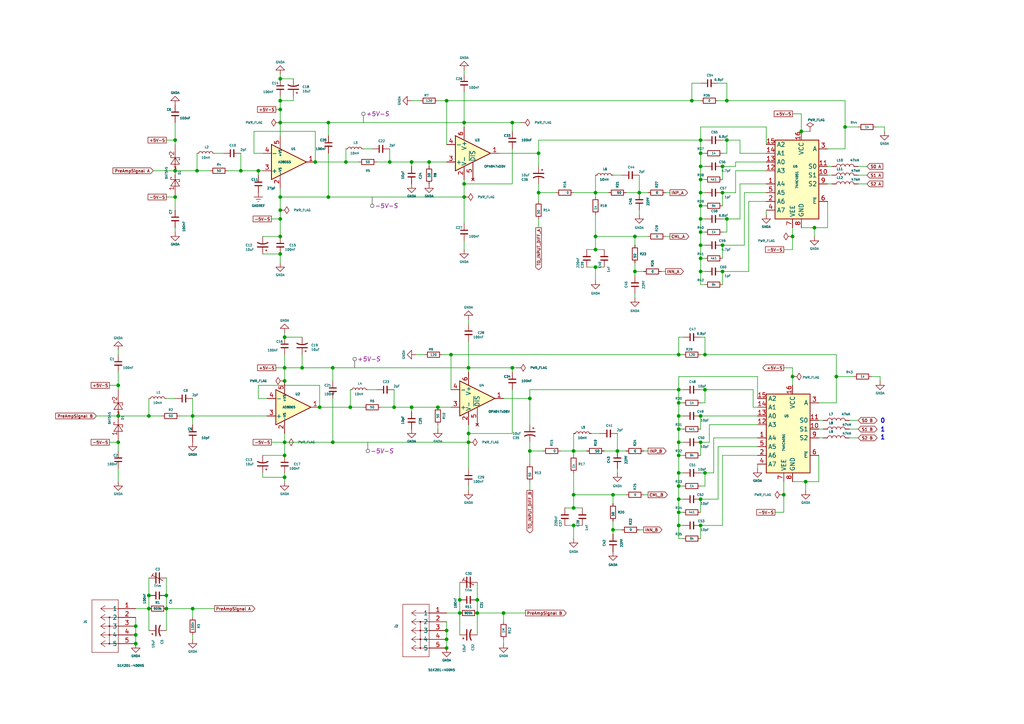
<source format=kicad_sch>
(kicad_sch (version 20231120) (generator "eeschema") (generator_version "8.0")
  (paper "A4")
  (lib_symbols
    (symbol "74HC4051_1"
      (property "Reference" "U?" (at -0.5206 15.24 0))
      (property "Value" "74HC4051" (at -0.5206 12.7 0))
      (symbol "74HC4051_1_1_1"
        (pin passive line (at 10.16 -2.54 180) (length 2.54) (name "A4") (number "1"))
        (pin input line (at -7.62 0 0) (length 2.54) (name "S1") (number "10"))
        (pin input line (at -7.62 2.54 0) (length 2.54) (name "S0") (number "11"))
        (pin passive line (at 10.16 1.27 180) (length 2.54) (name "A3") (number "12"))
        (pin passive line (at 10.16 3.81 180) (length 2.54) (name "A0") (number "13"))
        (pin passive line (at 10.16 6.35 180) (length 2.54) (name "A1") (number "14"))
        (pin passive line (at 10.16 8.89 180) (length 2.54) (name "A2") (number "15"))
        (pin power_in line (at 0 12.7 270) (length 2.54) (name "VCC") (number "16"))
        (pin passive line (at 10.16 -7.62 180) (length 2.54) (name "A6") (number "2"))
        (pin passive line (at -7.62 7.62 0) (length 2.54) (name "A") (number "3"))
        (pin passive line (at 10.16 -10.16 180) (length 2.54) (name "A7") (number "4"))
        (pin passive line (at 10.16 -5.08 180) (length 2.54) (name "A5") (number "5"))
        (pin input line (at -7.62 -7.62 0) (length 2.54) (name "~{E}") (number "6"))
        (pin power_in line (at 2.54 -15.24 90) (length 2.54) (name "VEE") (number "7"))
        (pin power_in line (at 0 -15.24 90) (length 2.54) (name "GND") (number "8"))
        (pin input line (at -7.62 -2.54 0) (length 2.54) (name "S2") (number "9"))
      )
    )
    (symbol "Amplifier_Operational:AD8065" (pin_names (offset 0.002))
      (property "Reference" "U?" (at 3.81 3.81 0))
      (property "Value" "AD8065" (at 1.27 0 0))
      (symbol "AD8065_1_1"
        (pin output line (at 10.16 0 180) (length 2.54) (name "~") (number "1"))
        (pin power_in line (at 0 -7.62 90) (length 3.81) (name "-VS") (number "2"))
        (pin input line (at -5.08 -2.54 0) (length 2.54) (name "+") (number "3"))
        (pin input line (at -5.08 2.54 0) (length 2.54) (name "-") (number "4"))
        (pin power_in line (at 0 7.62 270) (length 3.81) (name "+VS") (number "5"))
      )
    )
    (symbol "BAT54S_1" (pin_names (offset 1.016))
      (property "Reference" "D3" (at -0.254 -2.54 0))
      (property "Value" "BAT54S" (at 3.556 2.54 0))
      (symbol "BAT54S_1_1_1"
        (pin passive line (at -7.62 0 0) (length 5.08) (name "~") (number "1"))
        (pin passive line (at 7.62 0 180) (length 5.08) (name "~") (number "2"))
        (pin passive line (at 0 0 90) (length 0) (name "~") (number "3"))
      )
    )
    (symbol "C_Small_1" (pin_numbers hide) (pin_names (offset 0.254) hide)
      (property "Reference" "C" (at 0.254 1.778 0))
      (property "Value" "C_Small" (at 0.254 -2.032 0))
      (symbol "C_Small_1_1_1"
        (pin passive line (at 0 2.54 270) (length 2.032) (name "~") (number "1"))
        (pin passive line (at 0 -2.54 90) (length 2.032) (name "~") (number "2"))
      )
    )
    (symbol "C_Small_10" (pin_numbers hide) (pin_names (offset 0.254) hide)
      (property "Reference" "C" (at 0.254 1.778 0))
      (property "Value" "C_Small" (at 0.254 -2.032 0))
      (symbol "C_Small_10_1_1"
        (pin passive line (at 0 2.54 270) (length 2.032) (name "~") (number "1"))
        (pin passive line (at 0 -2.54 90) (length 2.032) (name "~") (number "2"))
      )
    )
    (symbol "C_Small_11" (pin_numbers hide) (pin_names (offset 0.254) hide)
      (property "Reference" "C" (at 0.254 1.778 0))
      (property "Value" "C_Small" (at 0.254 -2.032 0))
      (symbol "C_Small_11_1_1"
        (pin passive line (at 0 2.54 270) (length 2.032) (name "~") (number "1"))
        (pin passive line (at 0 -2.54 90) (length 2.032) (name "~") (number "2"))
      )
    )
    (symbol "C_Small_12" (pin_numbers hide) (pin_names (offset 0.254) hide)
      (property "Reference" "C" (at 0.254 1.778 0))
      (property "Value" "C_Small" (at 0.254 -2.032 0))
      (symbol "C_Small_12_1_1"
        (pin passive line (at 0 2.54 270) (length 2.032) (name "~") (number "1"))
        (pin passive line (at 0 -2.54 90) (length 2.032) (name "~") (number "2"))
      )
    )
    (symbol "C_Small_13" (pin_numbers hide) (pin_names (offset 0.254) hide)
      (property "Reference" "C" (at 0.254 1.778 0))
      (property "Value" "C_Small" (at 0.254 -2.032 0))
      (symbol "C_Small_13_1_1"
        (pin passive line (at 0 2.54 270) (length 2.032) (name "~") (number "1"))
        (pin passive line (at 0 -2.54 90) (length 2.032) (name "~") (number "2"))
      )
    )
    (symbol "C_Small_14" (pin_numbers hide) (pin_names (offset 0.254) hide)
      (property "Reference" "C" (at 0.254 1.778 0))
      (property "Value" "C_Small" (at 0.254 -2.032 0))
      (symbol "C_Small_14_1_1"
        (pin passive line (at 0 2.54 270) (length 2.032) (name "~") (number "1"))
        (pin passive line (at 0 -2.54 90) (length 2.032) (name "~") (number "2"))
      )
    )
    (symbol "C_Small_15" (pin_numbers hide) (pin_names (offset 0.254) hide)
      (property "Reference" "C" (at 0.254 1.778 0))
      (property "Value" "C_Small" (at 0.254 -2.032 0))
      (symbol "C_Small_15_1_1"
        (pin passive line (at 0 2.54 270) (length 2.032) (name "~") (number "1"))
        (pin passive line (at 0 -2.54 90) (length 2.032) (name "~") (number "2"))
      )
    )
    (symbol "C_Small_16" (pin_numbers hide) (pin_names (offset 0.254) hide)
      (property "Reference" "C" (at 0.254 1.778 0))
      (property "Value" "C_Small" (at 0.254 -2.032 0))
      (symbol "C_Small_16_1_1"
        (pin passive line (at 0 2.54 270) (length 2.032) (name "~") (number "1"))
        (pin passive line (at 0 -2.54 90) (length 2.032) (name "~") (number "2"))
      )
    )
    (symbol "C_Small_17" (pin_numbers hide) (pin_names (offset 0.254) hide)
      (property "Reference" "C" (at 0.254 1.778 0))
      (property "Value" "C_Small" (at 0.254 -2.032 0))
      (symbol "C_Small_17_1_1"
        (pin passive line (at 0 2.54 270) (length 2.032) (name "~") (number "1"))
        (pin passive line (at 0 -2.54 90) (length 2.032) (name "~") (number "2"))
      )
    )
    (symbol "C_Small_18" (pin_numbers hide) (pin_names (offset 0.254) hide)
      (property "Reference" "C" (at 0.254 1.778 0))
      (property "Value" "C_Small" (at 0.254 -2.032 0))
      (symbol "C_Small_18_1_1"
        (pin passive line (at 0 2.54 270) (length 2.032) (name "~") (number "1"))
        (pin passive line (at 0 -2.54 90) (length 2.032) (name "~") (number "2"))
      )
    )
    (symbol "C_Small_19" (pin_numbers hide) (pin_names (offset 0.254) hide)
      (property "Reference" "C" (at 0.254 1.778 0))
      (property "Value" "C_Small" (at 0.254 -2.032 0))
      (symbol "C_Small_19_1_1"
        (pin passive line (at 0 2.54 270) (length 2.032) (name "~") (number "1"))
        (pin passive line (at 0 -2.54 90) (length 2.032) (name "~") (number "2"))
      )
    )
    (symbol "C_Small_2" (pin_numbers hide) (pin_names (offset 0.254) hide)
      (property "Reference" "C" (at 0.254 1.778 0))
      (property "Value" "C_Small" (at 0.254 -2.032 0))
      (symbol "C_Small_2_1_1"
        (pin passive line (at 0 2.54 270) (length 2.032) (name "~") (number "1"))
        (pin passive line (at 0 -2.54 90) (length 2.032) (name "~") (number "2"))
      )
    )
    (symbol "C_Small_20" (pin_numbers hide) (pin_names (offset 0.254) hide)
      (property "Reference" "C" (at 0.254 1.778 0))
      (property "Value" "C_Small" (at 0.254 -2.032 0))
      (symbol "C_Small_20_1_1"
        (pin passive line (at 0 2.54 270) (length 2.032) (name "~") (number "1"))
        (pin passive line (at 0 -2.54 90) (length 2.032) (name "~") (number "2"))
      )
    )
    (symbol "C_Small_21" (pin_numbers hide) (pin_names (offset 0.254) hide)
      (property "Reference" "C" (at 0.254 1.778 0))
      (property "Value" "C_Small" (at 0.254 -2.032 0))
      (symbol "C_Small_21_1_1"
        (pin passive line (at 0 2.54 270) (length 2.032) (name "~") (number "1"))
        (pin passive line (at 0 -2.54 90) (length 2.032) (name "~") (number "2"))
      )
    )
    (symbol "C_Small_22" (pin_numbers hide) (pin_names (offset 0.254) hide)
      (property "Reference" "C" (at 0.254 1.778 0))
      (property "Value" "C_Small" (at 0.254 -2.032 0))
      (symbol "C_Small_22_1_1"
        (pin passive line (at 0 2.54 270) (length 2.032) (name "~") (number "1"))
        (pin passive line (at 0 -2.54 90) (length 2.032) (name "~") (number "2"))
      )
    )
    (symbol "C_Small_23" (pin_numbers hide) (pin_names (offset 0.254) hide)
      (property "Reference" "C" (at 0.254 1.778 0))
      (property "Value" "C_Small" (at 0.254 -2.032 0))
      (symbol "C_Small_23_1_1"
        (pin passive line (at 0 2.54 270) (length 2.032) (name "~") (number "1"))
        (pin passive line (at 0 -2.54 90) (length 2.032) (name "~") (number "2"))
      )
    )
    (symbol "C_Small_24" (pin_numbers hide) (pin_names (offset 0.254) hide)
      (property "Reference" "C" (at 0.254 1.778 0))
      (property "Value" "C_Small" (at 0.254 -2.032 0))
      (symbol "C_Small_24_1_1"
        (pin passive line (at 0 2.54 270) (length 2.032) (name "~") (number "1"))
        (pin passive line (at 0 -2.54 90) (length 2.032) (name "~") (number "2"))
      )
    )
    (symbol "C_Small_25" (pin_numbers hide) (pin_names (offset 0.254) hide)
      (property "Reference" "C" (at 0.254 1.778 0))
      (property "Value" "C_Small" (at 0.254 -2.032 0))
      (symbol "C_Small_25_1_1"
        (pin passive line (at 0 2.54 270) (length 2.032) (name "~") (number "1"))
        (pin passive line (at 0 -2.54 90) (length 2.032) (name "~") (number "2"))
      )
    )
    (symbol "C_Small_26" (pin_numbers hide) (pin_names (offset 0.254) hide)
      (property "Reference" "C" (at 0.254 1.778 0))
      (property "Value" "C_Small" (at 0.254 -2.032 0))
      (symbol "C_Small_26_1_1"
        (pin passive line (at 0 2.54 270) (length 2.032) (name "~") (number "1"))
        (pin passive line (at 0 -2.54 90) (length 2.032) (name "~") (number "2"))
      )
    )
    (symbol "C_Small_27" (pin_numbers hide) (pin_names (offset 0.254) hide)
      (property "Reference" "C" (at 0.254 1.778 0))
      (property "Value" "C_Small" (at 0.254 -2.032 0))
      (symbol "C_Small_27_1_1"
        (pin passive line (at 0 2.54 270) (length 2.032) (name "~") (number "1"))
        (pin passive line (at 0 -2.54 90) (length 2.032) (name "~") (number "2"))
      )
    )
    (symbol "C_Small_28" (pin_numbers hide) (pin_names (offset 0.254) hide)
      (property "Reference" "C" (at 0.254 1.778 0))
      (property "Value" "C_Small" (at 0.254 -2.032 0))
      (symbol "C_Small_28_1_1"
        (pin passive line (at 0 2.54 270) (length 2.032) (name "~") (number "1"))
        (pin passive line (at 0 -2.54 90) (length 2.032) (name "~") (number "2"))
      )
    )
    (symbol "C_Small_29" (pin_numbers hide) (pin_names (offset 0.254) hide)
      (property "Reference" "C" (at 0.254 1.778 0))
      (property "Value" "C_Small" (at 0.254 -2.032 0))
      (symbol "C_Small_29_1_1"
        (pin passive line (at 0 2.54 270) (length 2.032) (name "~") (number "1"))
        (pin passive line (at 0 -2.54 90) (length 2.032) (name "~") (number "2"))
      )
    )
    (symbol "C_Small_3" (pin_numbers hide) (pin_names (offset 0.254) hide)
      (property "Reference" "C" (at 0.254 1.778 0))
      (property "Value" "C_Small" (at 0.254 -2.032 0))
      (symbol "C_Small_3_1_1"
        (pin passive line (at 0 2.54 270) (length 2.032) (name "~") (number "1"))
        (pin passive line (at 0 -2.54 90) (length 2.032) (name "~") (number "2"))
      )
    )
    (symbol "C_Small_30" (pin_numbers hide) (pin_names (offset 0.254) hide)
      (property "Reference" "C" (at 0.254 1.778 0))
      (property "Value" "C_Small" (at 0.254 -2.032 0))
      (symbol "C_Small_30_1_1"
        (pin passive line (at 0 2.54 270) (length 2.032) (name "~") (number "1"))
        (pin passive line (at 0 -2.54 90) (length 2.032) (name "~") (number "2"))
      )
    )
    (symbol "C_Small_31" (pin_numbers hide) (pin_names (offset 0.254) hide)
      (property "Reference" "C" (at 0.254 1.778 0))
      (property "Value" "C_Small" (at 0.254 -2.032 0))
      (symbol "C_Small_31_1_1"
        (pin passive line (at 0 2.54 270) (length 2.032) (name "~") (number "1"))
        (pin passive line (at 0 -2.54 90) (length 2.032) (name "~") (number "2"))
      )
    )
    (symbol "C_Small_32" (pin_numbers hide) (pin_names (offset 0.254) hide)
      (property "Reference" "C" (at 0.254 1.778 0))
      (property "Value" "C_Small" (at 0.254 -2.032 0))
      (symbol "C_Small_32_1_1"
        (pin passive line (at 0 2.54 270) (length 2.032) (name "~") (number "1"))
        (pin passive line (at 0 -2.54 90) (length 2.032) (name "~") (number "2"))
      )
    )
    (symbol "C_Small_33" (pin_numbers hide) (pin_names (offset 0.254) hide)
      (property "Reference" "C" (at 0.254 1.778 0))
      (property "Value" "C_Small" (at 0.254 -2.032 0))
      (symbol "C_Small_33_1_1"
        (pin passive line (at 0 2.54 270) (length 2.032) (name "~") (number "1"))
        (pin passive line (at 0 -2.54 90) (length 2.032) (name "~") (number "2"))
      )
    )
    (symbol "C_Small_34" (pin_numbers hide) (pin_names (offset 0.254) hide)
      (property "Reference" "C" (at 0.254 1.778 0))
      (property "Value" "C_Small" (at 0.254 -2.032 0))
      (symbol "C_Small_34_1_1"
        (pin passive line (at 0 2.54 270) (length 2.032) (name "~") (number "1"))
        (pin passive line (at 0 -2.54 90) (length 2.032) (name "~") (number "2"))
      )
    )
    (symbol "C_Small_35" (pin_numbers hide) (pin_names (offset 0.254) hide)
      (property "Reference" "C" (at 0.254 1.778 0))
      (property "Value" "C_Small" (at 0.254 -2.032 0))
      (symbol "C_Small_35_1_1"
        (pin passive line (at 0 2.54 270) (length 2.032) (name "~") (number "1"))
        (pin passive line (at 0 -2.54 90) (length 2.032) (name "~") (number "2"))
      )
    )
    (symbol "C_Small_36" (pin_numbers hide) (pin_names (offset 0.254) hide)
      (property "Reference" "C" (at 0.254 1.778 0))
      (property "Value" "C_Small" (at 0.254 -2.032 0))
      (symbol "C_Small_36_1_1"
        (pin passive line (at 0 2.54 270) (length 2.032) (name "~") (number "1"))
        (pin passive line (at 0 -2.54 90) (length 2.032) (name "~") (number "2"))
      )
    )
    (symbol "C_Small_37" (pin_numbers hide) (pin_names (offset 0.254) hide)
      (property "Reference" "C" (at 0.254 1.778 0))
      (property "Value" "C_Small" (at 0.254 -2.032 0))
      (symbol "C_Small_37_1_1"
        (pin passive line (at 0 2.54 270) (length 2.032) (name "~") (number "1"))
        (pin passive line (at 0 -2.54 90) (length 2.032) (name "~") (number "2"))
      )
    )
    (symbol "C_Small_38" (pin_numbers hide) (pin_names (offset 0.254) hide)
      (property "Reference" "C" (at 0.254 1.778 0))
      (property "Value" "C_Small" (at 0.254 -2.032 0))
      (symbol "C_Small_38_1_1"
        (pin passive line (at 0 2.54 270) (length 2.032) (name "~") (number "1"))
        (pin passive line (at 0 -2.54 90) (length 2.032) (name "~") (number "2"))
      )
    )
    (symbol "C_Small_39" (pin_numbers hide) (pin_names (offset 0.254) hide)
      (property "Reference" "C" (at 0.254 1.778 0))
      (property "Value" "C_Small" (at 0.254 -2.032 0))
      (symbol "C_Small_39_1_1"
        (pin passive line (at 0 2.54 270) (length 2.032) (name "~") (number "1"))
        (pin passive line (at 0 -2.54 90) (length 2.032) (name "~") (number "2"))
      )
    )
    (symbol "C_Small_4" (pin_numbers hide) (pin_names (offset 0.254) hide)
      (property "Reference" "C" (at 0.254 1.778 0))
      (property "Value" "C_Small" (at 0.254 -2.032 0))
      (symbol "C_Small_4_1_1"
        (pin passive line (at 0 2.54 270) (length 2.032) (name "~") (number "1"))
        (pin passive line (at 0 -2.54 90) (length 2.032) (name "~") (number "2"))
      )
    )
    (symbol "C_Small_40" (pin_numbers hide) (pin_names (offset 0.254) hide)
      (property "Reference" "C" (at 0.254 1.778 0))
      (property "Value" "C_Small" (at 0.254 -2.032 0))
      (symbol "C_Small_40_1_1"
        (pin passive line (at 0 2.54 270) (length 2.032) (name "~") (number "1"))
        (pin passive line (at 0 -2.54 90) (length 2.032) (name "~") (number "2"))
      )
    )
    (symbol "C_Small_41" (pin_numbers hide) (pin_names (offset 0.254) hide)
      (property "Reference" "C" (at 0.254 1.778 0))
      (property "Value" "C_Small" (at 0.254 -2.032 0))
      (symbol "C_Small_41_1_1"
        (pin passive line (at 0 2.54 270) (length 2.032) (name "~") (number "1"))
        (pin passive line (at 0 -2.54 90) (length 2.032) (name "~") (number "2"))
      )
    )
    (symbol "C_Small_42" (pin_numbers hide) (pin_names (offset 0.254) hide)
      (property "Reference" "C" (at 0.254 1.778 0))
      (property "Value" "C_Small" (at 0.254 -2.032 0))
      (symbol "C_Small_42_1_1"
        (pin passive line (at 0 2.54 270) (length 2.032) (name "~") (number "1"))
        (pin passive line (at 0 -2.54 90) (length 2.032) (name "~") (number "2"))
      )
    )
    (symbol "C_Small_43" (pin_numbers hide) (pin_names (offset 0.254) hide)
      (property "Reference" "C" (at 0.254 1.778 0))
      (property "Value" "C_Small" (at 0.254 -2.032 0))
      (symbol "C_Small_43_1_1"
        (pin passive line (at 0 2.54 270) (length 2.032) (name "~") (number "1"))
        (pin passive line (at 0 -2.54 90) (length 2.032) (name "~") (number "2"))
      )
    )
    (symbol "C_Small_44" (pin_numbers hide) (pin_names (offset 0.254) hide)
      (property "Reference" "C" (at 0.254 1.778 0))
      (property "Value" "C_Small" (at 0.254 -2.032 0))
      (symbol "C_Small_44_1_1"
        (pin passive line (at 0 2.54 270) (length 2.032) (name "~") (number "1"))
        (pin passive line (at 0 -2.54 90) (length 2.032) (name "~") (number "2"))
      )
    )
    (symbol "C_Small_45" (pin_numbers hide) (pin_names (offset 0.254) hide)
      (property "Reference" "C" (at 0.254 1.778 0))
      (property "Value" "C_Small" (at 0.254 -2.032 0))
      (symbol "C_Small_45_1_1"
        (pin passive line (at 0 2.54 270) (length 2.032) (name "~") (number "1"))
        (pin passive line (at 0 -2.54 90) (length 2.032) (name "~") (number "2"))
      )
    )
    (symbol "C_Small_46" (pin_numbers hide) (pin_names (offset 0.254) hide)
      (property "Reference" "C" (at 0.254 1.778 0))
      (property "Value" "C_Small" (at 0.254 -2.032 0))
      (symbol "C_Small_46_1_1"
        (pin passive line (at 0 2.54 270) (length 2.032) (name "~") (number "1"))
        (pin passive line (at 0 -2.54 90) (length 2.032) (name "~") (number "2"))
      )
    )
    (symbol "C_Small_47" (pin_numbers hide) (pin_names (offset 0.254) hide)
      (property "Reference" "C" (at 0.254 1.778 0))
      (property "Value" "C_Small" (at 0.254 -2.032 0))
      (symbol "C_Small_47_1_1"
        (pin passive line (at 0 2.54 270) (length 2.032) (name "~") (number "1"))
        (pin passive line (at 0 -2.54 90) (length 2.032) (name "~") (number "2"))
      )
    )
    (symbol "C_Small_48" (pin_numbers hide) (pin_names (offset 0.254) hide)
      (property "Reference" "C" (at 0.254 1.778 0))
      (property "Value" "C_Small" (at 0.254 -2.032 0))
      (symbol "C_Small_48_1_1"
        (pin passive line (at 0 2.54 270) (length 2.032) (name "~") (number "1"))
        (pin passive line (at 0 -2.54 90) (length 2.032) (name "~") (number "2"))
      )
    )
    (symbol "C_Small_49" (pin_numbers hide) (pin_names (offset 0.254) hide)
      (property "Reference" "C" (at 0.254 1.778 0))
      (property "Value" "C_Small" (at 0.254 -2.032 0))
      (symbol "C_Small_49_1_1"
        (pin passive line (at 0 2.54 270) (length 2.032) (name "~") (number "1"))
        (pin passive line (at 0 -2.54 90) (length 2.032) (name "~") (number "2"))
      )
    )
    (symbol "C_Small_5" (pin_numbers hide) (pin_names (offset 0.254) hide)
      (property "Reference" "C" (at 0.254 1.778 0))
      (property "Value" "C_Small" (at 0.254 -2.032 0))
      (symbol "C_Small_5_1_1"
        (pin passive line (at 0 2.54 270) (length 2.032) (name "~") (number "1"))
        (pin passive line (at 0 -2.54 90) (length 2.032) (name "~") (number "2"))
      )
    )
    (symbol "C_Small_6" (pin_numbers hide) (pin_names (offset 0.254) hide)
      (property "Reference" "C" (at 0.254 1.778 0))
      (property "Value" "C_Small" (at 0.254 -2.032 0))
      (symbol "C_Small_6_1_1"
        (pin passive line (at 0 2.54 270) (length 2.032) (name "~") (number "1"))
        (pin passive line (at 0 -2.54 90) (length 2.032) (name "~") (number "2"))
      )
    )
    (symbol "C_Small_7" (pin_numbers hide) (pin_names (offset 0.254) hide)
      (property "Reference" "C" (at 0.254 1.778 0))
      (property "Value" "C_Small" (at 0.254 -2.032 0))
      (symbol "C_Small_7_1_1"
        (pin passive line (at 0 2.54 270) (length 2.032) (name "~") (number "1"))
        (pin passive line (at 0 -2.54 90) (length 2.032) (name "~") (number "2"))
      )
    )
    (symbol "C_Small_8" (pin_numbers hide) (pin_names (offset 0.254) hide)
      (property "Reference" "C" (at 0.254 1.778 0))
      (property "Value" "C_Small" (at 0.254 -2.032 0))
      (symbol "C_Small_8_1_1"
        (pin passive line (at 0 2.54 270) (length 2.032) (name "~") (number "1"))
        (pin passive line (at 0 -2.54 90) (length 2.032) (name "~") (number "2"))
      )
    )
    (symbol "C_Small_9" (pin_numbers hide) (pin_names (offset 0.254) hide)
      (property "Reference" "C" (at 0.254 1.778 0))
      (property "Value" "C_Small" (at 0.254 -2.032 0))
      (symbol "C_Small_9_1_1"
        (pin passive line (at 0 2.54 270) (length 2.032) (name "~") (number "1"))
        (pin passive line (at 0 -2.54 90) (length 2.032) (name "~") (number "2"))
      )
    )
    (symbol "Connector:51K201-400N5" (pin_names (offset 0.254))
      (property "Reference" "J" (at 13.97 -5.08 0))
      (property "Value" "51K201-400N5" (at 0 10.16 0))
      (symbol "51K201-400N5_1_1"
        (pin unspecified line (at 0 0 0) (length 5.08) (name "1") (number "1"))
        (pin unspecified line (at 0 -2.54 0) (length 5.08) (name "2") (number "2"))
        (pin unspecified line (at 0 -5.08 0) (length 5.08) (name "3") (number "3"))
        (pin unspecified line (at 0 -7.62 0) (length 5.08) (name "4") (number "4"))
        (pin unspecified line (at 0 -10.16 0) (length 5.08) (name "5") (number "5"))
      )
      (symbol "51K201-400N5_1_2"
        (pin unspecified line (at 0 0 0) (length 5.08) (name "1") (number "1"))
        (pin unspecified line (at 0 -2.54 0) (length 5.08) (name "2") (number "2"))
        (pin unspecified line (at 0 -5.08 0) (length 5.08) (name "3") (number "3"))
        (pin unspecified line (at 0 -7.62 0) (length 5.08) (name "4") (number "4"))
        (pin unspecified line (at 0 -10.16 0) (length 5.08) (name "5") (number "5"))
      )
    )
    (symbol "Device:C_Polarized_Small_US" (pin_numbers hide) (pin_names (offset 0.254) hide)
      (property "Reference" "C" (at 0.254 1.778 0))
      (property "Value" "C_Polarized_Small_US" (at 0.254 -2.032 0))
      (symbol "C_Polarized_Small_US_1_1"
        (pin passive line (at 0 2.54 270) (length 2.032) (name "~") (number "1"))
        (pin passive line (at 0 -2.54 90) (length 2.032) (name "~") (number "2"))
      )
    )
    (symbol "Device:C_Small" (pin_numbers hide) (pin_names (offset 0.254) hide)
      (property "Reference" "C" (at 0.254 1.778 0))
      (property "Value" "C_Small" (at 0.254 -2.032 0))
      (symbol "C_Small_1_1"
        (pin passive line (at 0 2.54 270) (length 2.032) (name "~") (number "1"))
        (pin passive line (at 0 -2.54 90) (length 2.032) (name "~") (number "2"))
      )
    )
    (symbol "Device:C_Trim_Small" (pin_numbers hide) (pin_names (offset 0.254) hide)
      (property "Reference" "C" (at 1.524 -2.032 0))
      (property "Value" "C_Trim_Small" (at 3.048 -3.556 0))
      (symbol "C_Trim_Small_1_1"
        (pin passive line (at 0 2.54 270) (length 2.032) (name "~") (number "1"))
        (pin passive line (at 0 -2.54 90) (length 2.032) (name "~") (number "2"))
      )
    )
    (symbol "Device:L" (pin_numbers hide) (pin_names (offset 1.016) hide)
      (property "Reference" "L" (at -1.27 0 90))
      (property "Value" "L" (at 1.905 0 90))
      (symbol "L_1_1"
        (pin passive line (at 0 3.81 270) (length 1.27) (name "1") (number "1"))
        (pin passive line (at 0 -3.81 90) (length 1.27) (name "2") (number "2"))
      )
    )
    (symbol "Device:L_Small" (pin_numbers hide) (pin_names (offset 0.254) hide)
      (property "Reference" "L" (at 0.762 1.016 0))
      (property "Value" "L_Small" (at 0.762 -1.016 0))
      (symbol "L_Small_1_1"
        (pin passive line (at 0 2.54 270) (length 0.508) (name "~") (number "1"))
        (pin passive line (at 0 -2.54 90) (length 0.508) (name "~") (number "2"))
      )
    )
    (symbol "Device:R_Small" (pin_numbers hide) (pin_names (offset 0.254) hide)
      (property "Reference" "R" (at 0.762 0.508 0))
      (property "Value" "R_Small" (at 0.762 -1.016 0))
      (symbol "R_Small_1_1"
        (pin passive line (at 0 2.54 270) (length 0.762) (name "~") (number "1"))
        (pin passive line (at 0 -2.54 90) (length 0.762) (name "~") (number "2"))
      )
    )
    (symbol "Diode:BAT54S" (pin_names (offset 1.016))
      (property "Reference" "D3" (at -0.254 -2.54 0))
      (property "Value" "BAT54S" (at 3.556 2.54 0))
      (symbol "BAT54S_1_1"
        (pin passive line (at -7.62 0 0) (length 5.08) (name "~") (number "1"))
        (pin passive line (at 7.62 0 180) (length 5.08) (name "~") (number "2"))
        (pin passive line (at 0 0 90) (length 0) (name "~") (number "3"))
      )
    )
    (symbol "GNDA_1" (power) (pin_names (offset 0))
      (property "Value" "GNDA" (at 0 -3.81 0))
      (symbol "GNDA_1_1_1"
        (pin power_in line (at 0 0 270) (length 0) hide (name "GNDA") (number "1"))
      )
    )
    (symbol "GNDA_10" (power) (pin_names (offset 0))
      (property "Value" "GNDA" (at 0 -3.81 0))
      (symbol "GNDA_10_1_1"
        (pin power_in line (at 0 0 270) (length 0) hide (name "GNDA") (number "1"))
      )
    )
    (symbol "GNDA_11" (power) (pin_names (offset 0))
      (property "Value" "GNDA" (at 0 -3.81 0))
      (symbol "GNDA_11_1_1"
        (pin power_in line (at 0 0 270) (length 0) hide (name "GNDA") (number "1"))
      )
    )
    (symbol "GNDA_12" (power) (pin_names (offset 0))
      (property "Value" "GNDA" (at 0 -3.81 0))
      (symbol "GNDA_12_1_1"
        (pin power_in line (at 0 0 270) (length 0) hide (name "GNDA") (number "1"))
      )
    )
    (symbol "GNDA_13" (power) (pin_names (offset 0))
      (property "Value" "GNDA" (at 0 -3.81 0))
      (symbol "GNDA_13_1_1"
        (pin power_in line (at 0 0 270) (length 0) hide (name "GNDA") (number "1"))
      )
    )
    (symbol "GNDA_14" (power) (pin_names (offset 0))
      (property "Value" "GNDA" (at 0 -3.81 0))
      (symbol "GNDA_14_1_1"
        (pin power_in line (at 0 0 270) (length 0) hide (name "GNDA") (number "1"))
      )
    )
    (symbol "GNDA_15" (power) (pin_names (offset 0))
      (property "Value" "GNDA" (at 0 -3.81 0))
      (symbol "GNDA_15_1_1"
        (pin power_in line (at 0 0 270) (length 0) hide (name "GNDA") (number "1"))
      )
    )
    (symbol "GNDA_16" (power) (pin_names (offset 0))
      (property "Value" "GNDA" (at 0 -3.81 0))
      (symbol "GNDA_16_1_1"
        (pin power_in line (at 0 0 270) (length 0) hide (name "GNDA") (number "1"))
      )
    )
    (symbol "GNDA_17" (power) (pin_names (offset 0))
      (property "Value" "GNDA" (at 0 -3.81 0))
      (symbol "GNDA_17_1_1"
        (pin power_in line (at 0 0 270) (length 0) hide (name "GNDA") (number "1"))
      )
    )
    (symbol "GNDA_18" (power) (pin_names (offset 0))
      (property "Value" "GNDA" (at 0 -3.81 0))
      (symbol "GNDA_18_1_1"
        (pin power_in line (at 0 0 270) (length 0) hide (name "GNDA") (number "1"))
      )
    )
    (symbol "GNDA_19" (power) (pin_names (offset 0))
      (property "Value" "GNDA" (at 0 -3.81 0))
      (symbol "GNDA_19_1_1"
        (pin power_in line (at 0 0 270) (length 0) hide (name "GNDA") (number "1"))
      )
    )
    (symbol "GNDA_2" (power) (pin_names (offset 0))
      (property "Value" "GNDA" (at 0 -3.81 0))
      (symbol "GNDA_2_1_1"
        (pin power_in line (at 0 0 270) (length 0) hide (name "GNDA") (number "1"))
      )
    )
    (symbol "GNDA_20" (power) (pin_names (offset 0))
      (property "Value" "GNDA" (at 0 -3.81 0))
      (symbol "GNDA_20_1_1"
        (pin power_in line (at 0 0 270) (length 0) hide (name "GNDA") (number "1"))
      )
    )
    (symbol "GNDA_21" (power) (pin_names (offset 0))
      (property "Value" "GNDA" (at 0 -3.81 0))
      (symbol "GNDA_21_1_1"
        (pin power_in line (at 0 0 270) (length 0) hide (name "GNDA") (number "1"))
      )
    )
    (symbol "GNDA_22" (power) (pin_names (offset 0))
      (property "Value" "GNDA" (at 0 -3.81 0))
      (symbol "GNDA_22_1_1"
        (pin power_in line (at 0 0 270) (length 0) hide (name "GNDA") (number "1"))
      )
    )
    (symbol "GNDA_23" (power) (pin_names (offset 0))
      (property "Value" "GNDA" (at 0 -3.81 0))
      (symbol "GNDA_23_1_1"
        (pin power_in line (at 0 0 270) (length 0) hide (name "GNDA") (number "1"))
      )
    )
    (symbol "GNDA_24" (power) (pin_names (offset 0))
      (property "Value" "GNDA" (at 0 -3.81 0))
      (symbol "GNDA_24_1_1"
        (pin power_in line (at 0 0 270) (length 0) hide (name "GNDA") (number "1"))
      )
    )
    (symbol "GNDA_25" (power) (pin_names (offset 0))
      (property "Value" "GNDA" (at 0 -3.81 0))
      (symbol "GNDA_25_1_1"
        (pin power_in line (at 0 0 270) (length 0) hide (name "GNDA") (number "1"))
      )
    )
    (symbol "GNDA_26" (power) (pin_names (offset 0))
      (property "Value" "GNDA" (at 0 -3.81 0))
      (symbol "GNDA_26_1_1"
        (pin power_in line (at 0 0 270) (length 0) hide (name "GNDA") (number "1"))
      )
    )
    (symbol "GNDA_27" (power) (pin_names (offset 0))
      (property "Value" "GNDA" (at 0 -3.81 0))
      (symbol "GNDA_27_1_1"
        (pin power_in line (at 0 0 270) (length 0) hide (name "GNDA") (number "1"))
      )
    )
    (symbol "GNDA_28" (power) (pin_names (offset 0))
      (property "Value" "GNDA" (at 0 -3.81 0))
      (symbol "GNDA_28_1_1"
        (pin power_in line (at 0 0 270) (length 0) hide (name "GNDA") (number "1"))
      )
    )
    (symbol "GNDA_29" (power) (pin_names (offset 0))
      (property "Value" "GNDA" (at 0 -3.81 0))
      (symbol "GNDA_29_1_1"
        (pin power_in line (at 0 0 270) (length 0) hide (name "GNDA") (number "1"))
      )
    )
    (symbol "GNDA_3" (power) (pin_names (offset 0))
      (property "Value" "GNDA" (at 0 -3.81 0))
      (symbol "GNDA_3_1_1"
        (pin power_in line (at 0 0 270) (length 0) hide (name "GNDA") (number "1"))
      )
    )
    (symbol "GNDA_30" (power) (pin_names (offset 0))
      (property "Value" "GNDA" (at 0 -3.81 0))
      (symbol "GNDA_30_1_1"
        (pin power_in line (at 0 0 270) (length 0) hide (name "GNDA") (number "1"))
      )
    )
    (symbol "GNDA_31" (power) (pin_names (offset 0))
      (property "Value" "GNDA" (at 0 -3.81 0))
      (symbol "GNDA_31_1_1"
        (pin power_in line (at 0 0 270) (length 0) hide (name "GNDA") (number "1"))
      )
    )
    (symbol "GNDA_32" (power) (pin_names (offset 0))
      (property "Value" "GNDA" (at 0 -3.81 0))
      (symbol "GNDA_32_1_1"
        (pin power_in line (at 0 0 270) (length 0) hide (name "GNDA") (number "1"))
      )
    )
    (symbol "GNDA_33" (power) (pin_names (offset 0))
      (property "Value" "GNDA" (at 0 -3.81 0))
      (symbol "GNDA_33_1_1"
        (pin power_in line (at 0 0 270) (length 0) hide (name "GNDA") (number "1"))
      )
    )
    (symbol "GNDA_34" (power) (pin_names (offset 0))
      (property "Value" "GNDA" (at 0 -3.81 0))
      (symbol "GNDA_34_1_1"
        (pin power_in line (at 0 0 270) (length 0) hide (name "GNDA") (number "1"))
      )
    )
    (symbol "GNDA_4" (power) (pin_names (offset 0))
      (property "Value" "GNDA" (at 0 -3.81 0))
      (symbol "GNDA_4_1_1"
        (pin power_in line (at 0 0 270) (length 0) hide (name "GNDA") (number "1"))
      )
    )
    (symbol "GNDA_5" (power) (pin_names (offset 0))
      (property "Value" "GNDA" (at 0 -3.81 0))
      (symbol "GNDA_5_1_1"
        (pin power_in line (at 0 0 270) (length 0) hide (name "GNDA") (number "1"))
      )
    )
    (symbol "GNDA_6" (power) (pin_names (offset 0))
      (property "Value" "GNDA" (at 0 -3.81 0))
      (symbol "GNDA_6_1_1"
        (pin power_in line (at 0 0 270) (length 0) hide (name "GNDA") (number "1"))
      )
    )
    (symbol "GNDA_7" (power) (pin_names (offset 0))
      (property "Value" "GNDA" (at 0 -3.81 0))
      (symbol "GNDA_7_1_1"
        (pin power_in line (at 0 0 270) (length 0) hide (name "GNDA") (number "1"))
      )
    )
    (symbol "GNDA_8" (power) (pin_names (offset 0))
      (property "Value" "GNDA" (at 0 -3.81 0))
      (symbol "GNDA_8_1_1"
        (pin power_in line (at 0 0 270) (length 0) hide (name "GNDA") (number "1"))
      )
    )
    (symbol "GNDA_9" (power) (pin_names (offset 0))
      (property "Value" "GNDA" (at 0 -3.81 0))
      (symbol "GNDA_9_1_1"
        (pin power_in line (at 0 0 270) (length 0) hide (name "GNDA") (number "1"))
      )
    )
    (symbol "OPA847xDBV_1" (pin_names (offset 0.127))
      (property "Reference" "U3" (at 1.27 3.81 0))
      (property "Value" "OPA847xDBV" (at 6.35 -3.81 0))
      (symbol "OPA847xDBV_1_0_1"
        (pin power_in line (at -2.54 -7.62 90) (length 3.81) (name "V-") (number "2"))
        (pin power_in line (at -2.54 7.62 270) (length 3.81) (name "V+") (number "6"))
      )
      (symbol "OPA847xDBV_1_1_1"
        (pin output line (at 7.62 0 180) (length 2.54) (name "~") (number "1"))
        (pin input line (at -7.62 -2.54 0) (length 2.54) (name "+") (number "3"))
        (pin input line (at -7.62 2.54 0) (length 2.54) (name "-") (number "4"))
        (pin no_connect line (at 0 -7.62 90) (length 5.08) (name "~{DIS}") (number "5"))
      )
    )
    (symbol "OPA847xDBV_2" (pin_names (offset 0.127))
      (property "Reference" "U4" (at 1.27 3.81 0))
      (property "Value" "OPA847xDBV" (at 6.35 -3.81 0))
      (symbol "OPA847xDBV_2_0_1"
        (pin power_in line (at -2.54 -7.62 90) (length 3.81) (name "V-") (number "2"))
        (pin power_in line (at -2.54 7.62 270) (length 3.81) (name "V+") (number "6"))
      )
      (symbol "OPA847xDBV_2_1_1"
        (pin output line (at 7.62 0 180) (length 2.54) (name "~") (number "1"))
        (pin input line (at -7.62 -2.54 0) (length 2.54) (name "+") (number "3"))
        (pin input line (at -7.62 2.54 0) (length 2.54) (name "-") (number "4"))
        (pin no_connect line (at 0 -7.62 90) (length 5.08) (name "~{DIS}") (number "5"))
      )
    )
    (symbol "PWR_FLAG_1" (power) (pin_numbers hide) (pin_names (offset 0) hide)
      (property "Value" "PWR_FLAG" (at 0 3.81 0))
      (symbol "PWR_FLAG_1_0_0"
        (pin power_out line (at 0 0 90) (length 0) (name "pwr") (number "1"))
      )
    )
    (symbol "PWR_FLAG_10" (power) (pin_numbers hide) (pin_names (offset 0) hide)
      (property "Value" "PWR_FLAG" (at 0 3.81 0))
      (symbol "PWR_FLAG_10_0_0"
        (pin power_out line (at 0 0 90) (length 0) (name "pwr") (number "1"))
      )
    )
    (symbol "PWR_FLAG_11" (power) (pin_numbers hide) (pin_names (offset 0) hide)
      (property "Value" "PWR_FLAG" (at 0 3.81 0))
      (symbol "PWR_FLAG_11_0_0"
        (pin power_out line (at 0 0 90) (length 0) (name "pwr") (number "1"))
      )
    )
    (symbol "PWR_FLAG_2" (power) (pin_numbers hide) (pin_names (offset 0) hide)
      (property "Value" "PWR_FLAG" (at 0 3.81 0))
      (symbol "PWR_FLAG_2_0_0"
        (pin power_out line (at 0 0 90) (length 0) (name "pwr") (number "1"))
      )
    )
    (symbol "PWR_FLAG_3" (power) (pin_numbers hide) (pin_names (offset 0) hide)
      (property "Value" "PWR_FLAG" (at 0 3.81 0))
      (symbol "PWR_FLAG_3_0_0"
        (pin power_out line (at 0 0 90) (length 0) (name "pwr") (number "1"))
      )
    )
    (symbol "PWR_FLAG_4" (power) (pin_numbers hide) (pin_names (offset 0) hide)
      (property "Value" "PWR_FLAG" (at 0 3.81 0))
      (symbol "PWR_FLAG_4_0_0"
        (pin power_out line (at 0 0 90) (length 0) (name "pwr") (number "1"))
      )
    )
    (symbol "PWR_FLAG_5" (power) (pin_numbers hide) (pin_names (offset 0) hide)
      (property "Value" "PWR_FLAG" (at 0 3.81 0))
      (symbol "PWR_FLAG_5_0_0"
        (pin power_out line (at 0 0 90) (length 0) (name "pwr") (number "1"))
      )
    )
    (symbol "PWR_FLAG_6" (power) (pin_numbers hide) (pin_names (offset 0) hide)
      (property "Value" "PWR_FLAG" (at 0 3.81 0))
      (symbol "PWR_FLAG_6_0_0"
        (pin power_out line (at 0 0 90) (length 0) (name "pwr") (number "1"))
      )
    )
    (symbol "PWR_FLAG_7" (power) (pin_numbers hide) (pin_names (offset 0) hide)
      (property "Value" "PWR_FLAG" (at 0 3.81 0))
      (symbol "PWR_FLAG_7_0_0"
        (pin power_out line (at 0 0 90) (length 0) (name "pwr") (number "1"))
      )
    )
    (symbol "PWR_FLAG_8" (power) (pin_numbers hide) (pin_names (offset 0) hide)
      (property "Value" "PWR_FLAG" (at 0 3.81 0))
      (symbol "PWR_FLAG_8_0_0"
        (pin power_out line (at 0 0 90) (length 0) (name "pwr") (number "1"))
      )
    )
    (symbol "PWR_FLAG_9" (power) (pin_numbers hide) (pin_names (offset 0) hide)
      (property "Value" "PWR_FLAG" (at 0 3.81 0))
      (symbol "PWR_FLAG_9_0_0"
        (pin power_out line (at 0 0 90) (length 0) (name "pwr") (number "1"))
      )
    )
    (symbol "power:GNDA" (power) (pin_names (offset 0))
      (property "Value" "GNDA" (at 0 -3.81 0))
      (symbol "GNDA_1_1"
        (pin power_in line (at 0 0 270) (length 0) hide (name "GNDA") (number "1"))
      )
    )
    (symbol "power:GNDREF" (power) (pin_names (offset 0))
      (property "Value" "GNDREF" (at 0 -3.81 0))
      (symbol "GNDREF_1_1"
        (pin power_in line (at 0 0 270) (length 0) hide (name "GNDREF") (number "1"))
      )
    )
    (symbol "power:PWR_FLAG" (power) (pin_numbers hide) (pin_names (offset 0) hide)
      (property "Value" "PWR_FLAG" (at 0 3.81 0))
      (symbol "PWR_FLAG_0_0"
        (pin power_out line (at 0 0 90) (length 0) (name "pwr") (number "1"))
      )
    )
  )
  (junction (at 166.37 147.32))
  (junction (at 177.8 153.67))
  (junction (at 43.18 176.53))
  (junction (at 81.28 22.86))
  (junction (at 81.28 57.15))
  (junction (at 196.85 120.65))
  (junction (at 203.2 63.5))
  (junction (at 48.26 176.53))
  (junction (at 203.2 59.69))
  (junction (at 204.47 102.87))
  (junction (at 242.57 109.22))
  (junction (at 135.89 106.68))
  (junction (at 133.35 177.8))
  (junction (at 50.8 49.53))
  (junction (at 82.55 106.68))
  (junction (at 96.52 106.68))
  (junction (at 196.85 140.97))
  (junction (at 172.72 55.88))
  (junction (at 48.26 172.72))
  (junction (at 124.46 46.99))
  (junction (at 203.2 52.07))
  (junction (at 209.55 71.12))
  (junction (at 172.72 77.47))
  (junction (at 204.47 113.03))
  (junction (at 209.55 55.88))
  (junction (at 196.85 132.08))
  (junction (at 119.38 46.99))
  (junction (at 39.37 184.15))
  (junction (at 34.29 128.27))
  (junction (at 55.88 120.65))
  (junction (at 134.62 57.15))
  (junction (at 236.22 66.04))
  (junction (at 34.29 111.76))
  (junction (at 172.72 68.58))
  (junction (at 210.82 40.64))
  (junction (at 203.2 120.65))
  (junction (at 146.05 177.8))
  (junction (at 82.55 110.49))
  (junction (at 135.89 128.27))
  (junction (at 196.85 116.84))
  (junction (at 166.37 143.51))
  (junction (at 148.59 35.56))
  (junction (at 203.2 74.93))
  (junction (at 196.85 152.4))
  (junction (at 209.55 78.74))
  (junction (at 135.89 125.73))
  (junction (at 114.3 118.11))
  (junction (at 39.37 181.61))
  (junction (at 245.11 36.83))
  (junction (at 50.8 40.64))
  (junction (at 129.54 187.96))
  (junction (at 196.85 113.03))
  (junction (at 55.88 176.53))
  (junction (at 172.72 72.39))
  (junction (at 203.2 48.26))
  (junction (at 184.15 78.74))
  (junction (at 134.62 53.34))
  (junction (at 57.15 49.53))
  (junction (at 232.41 38.1))
  (junction (at 184.15 68.58))
  (junction (at 82.55 97.79))
  (junction (at 129.54 182.88))
  (junction (at 203.2 67.31))
  (junction (at 34.29 120.65))
  (junction (at 119.38 118.11))
  (junction (at 229.87 68.58))
  (junction (at 227.33 143.51))
  (junction (at 200.66 29.21))
  (junction (at 185.42 55.88))
  (junction (at 196.85 128.27))
  (junction (at 130.81 102.87))
  (junction (at 203.2 40.64))
  (junction (at 95.25 57.15))
  (junction (at 138.43 177.8))
  (junction (at 203.2 55.88))
  (junction (at 196.85 148.59))
  (junction (at 229.87 109.22))
  (junction (at 204.47 137.16))
  (junction (at 81.28 73.66))
  (junction (at 156.21 55.88))
  (junction (at 81.28 68.58))
  (junction (at 138.43 173.99))
  (junction (at 203.2 71.12))
  (junction (at 81.28 35.56))
  (junction (at 196.85 102.87))
  (junction (at 82.55 132.08))
  (junction (at 166.37 130.81))
  (junction (at 82.55 138.43))
  (junction (at 233.68 139.7))
  (junction (at 81.28 29.21))
  (junction (at 148.59 106.68))
  (junction (at 203.2 44.45))
  (junction (at 210.82 29.21))
  (junction (at 134.62 35.56))
  (junction (at 210.82 63.5))
  (junction (at 43.18 172.72))
  (junction (at 129.54 29.21))
  (junction (at 81.28 60.96))
  (junction (at 203.2 78.74))
  (junction (at 129.54 185.42))
  (junction (at 81.28 31.75))
  (junction (at 156.21 44.45))
  (junction (at 196.85 144.78))
  (junction (at 96.52 128.27))
  (junction (at 166.37 152.4))
  (junction (at 179.07 130.81))
  (junction (at 203.2 144.78))
  (junction (at 203.2 152.4))
  (junction (at 69.85 49.53))
  (junction (at 133.35 173.99))
  (junction (at 113.03 46.99))
  (junction (at 39.37 186.69))
  (junction (at 81.28 63.5))
  (junction (at 87.63 106.68))
  (junction (at 91.44 46.99))
  (junction (at 203.2 128.27))
  (junction (at 127 118.11))
  (junction (at 82.55 128.27))
  (junction (at 95.25 35.56))
  (junction (at 209.55 48.26))
  (junction (at 74.93 49.53))
  (junction (at 153.67 130.81))
  (junction (at 196.85 137.16))
  (junction (at 100.33 46.99))
  (junction (at 177.8 143.51))
  (junction (at 196.85 124.46))
  (junction (at 43.18 120.65))
  (junction (at 153.67 115.57))
  (junction (at 101.6 118.11))
  (junction (at 92.71 118.11))
  (junction (at 50.8 57.15))
  (wire (pts (xy 175.26 72.39) (xy 172.72 72.39)))
  (wire (pts (xy 148.59 113.03) (xy 148.59 125.73)))
  (wire (pts (xy 236.22 66.04) (xy 240.03 66.04)))
  (wire (pts (xy 39.37 184.15) (xy 39.37 186.69)))
  (wire (pts (xy 237.49 121.92) (xy 238.76 121.92)))
  (wire (pts (xy 196.85 113.03) (xy 198.12 113.03)))
  (wire (pts (xy 81.28 76.2) (xy 81.28 73.66)))
  (wire (pts (xy 196.85 116.84) (xy 198.12 116.84)))
  (wire (pts (xy 87.63 106.68) (xy 82.55 106.68)))
  (wire (pts (xy 101.6 118.11) (xy 105.41 118.11)))
  (wire (pts (xy 156.21 58.42) (xy 156.21 55.88)))
  (wire (pts (xy 218.44 113.03) (xy 218.44 118.11)))
  (wire (pts (xy 203.2 55.88) (xy 203.2 59.69)))
  (wire (pts (xy 138.43 168.91) (xy 138.43 173.99)))
  (wire (pts (xy 219.71 134.62) (xy 219.71 135.89)))
  (wire (pts (xy 240.03 66.04) (xy 240.03 58.42)))
  (wire (pts (xy 203.2 59.69) (xy 203.2 63.5)))
  (wire (pts (xy 227.33 106.68) (xy 229.87 106.68)))
  (wire (pts (xy 101.6 113.03) (xy 101.6 118.11)))
  (wire (pts (xy 240.03 50.8) (xy 241.3 50.8)))
  (wire (pts (xy 166.37 132.08) (xy 166.37 130.81)))
  (wire (pts (xy 196.85 128.27) (xy 196.85 132.08)))
  (wire (pts (xy 80.01 106.68) (xy 82.55 106.68)))
  (wire (pts (xy 153.67 113.03) (xy 153.67 115.57)))
  (wire (pts (xy 148.59 43.18) (xy 148.59 53.34)))
  (wire (pts (xy 203.2 63.5) (xy 204.47 63.5)))
  (wire (pts (xy 166.37 130.81) (xy 170.18 130.81)))
  (wire (pts (xy 204.47 113.03) (xy 218.44 113.03)))
  (wire (pts (xy 133.35 168.91) (xy 133.35 173.99)))
  (wire (pts (xy 203.2 71.12) (xy 204.47 71.12)))
  (wire (pts (xy 215.9 55.88) (xy 222.25 55.88)))
  (wire (pts (xy 219.71 109.22) (xy 219.71 115.57)))
  (wire (pts (xy 34.29 101.6) (xy 34.29 102.87)))
  (wire (pts (xy 209.55 71.12) (xy 209.55 74.93)))
  (wire (pts (xy 184.15 86.36) (xy 184.15 85.09)))
  (wire (pts (xy 184.15 80.01) (xy 184.15 78.74)))
  (wire (pts (xy 214.63 53.34) (xy 222.25 53.34)))
  (wire (pts (xy 196.85 109.22) (xy 196.85 113.03)))
  (wire (pts (xy 196.85 128.27) (xy 198.12 128.27)))
  (wire (pts (xy 124.46 48.26) (xy 124.46 46.99)))
  (wire (pts (xy 245.11 36.83) (xy 245.11 43.18)))
  (wire (pts (xy 186.69 130.81) (xy 187.96 130.81)))
  (wire (pts (xy 242.57 102.87) (xy 242.57 109.22)))
  (wire (pts (xy 135.89 135.89) (xy 135.89 128.27)))
  (wire (pts (xy 92.71 118.11) (xy 101.6 118.11)))
  (wire (pts (xy 82.55 125.73) (xy 82.55 128.27)))
  (wire (pts (xy 80.01 31.75) (xy 81.28 31.75)))
  (wire (pts (xy 196.85 144.78) (xy 198.12 144.78)))
  (wire (pts (xy 219.71 129.54) (xy 208.28 129.54)))
  (wire (pts (xy 184.15 76.2) (xy 184.15 78.74)))
  (wire (pts (xy 252.73 109.22) (xy 255.27 109.22)))
  (wire (pts (xy 203.2 74.93) (xy 204.47 74.93)))
  (wire (pts (xy 196.85 97.79) (xy 196.85 102.87)))
  (wire (pts (xy 134.62 35.56) (xy 134.62 36.83)))
  (wire (pts (xy 210.82 63.5) (xy 210.82 67.31)))
  (wire (pts (xy 39.37 176.53) (xy 43.18 176.53)))
  (wire (pts (xy 153.67 128.27) (xy 153.67 130.81)))
  (wire (pts (xy 203.2 128.27) (xy 203.2 132.08)))
  (wire (pts (xy 203.2 78.74) (xy 203.2 82.55)))
  (wire (pts (xy 175.26 130.81) (xy 179.07 130.81)))
  (wire (pts (xy 76.2 73.66) (xy 81.28 73.66)))
  (wire (pts (xy 62.23 44.45) (xy 64.77 44.45)))
  (wire (pts (xy 218.44 118.11) (xy 219.71 118.11)))
  (wire (pts (xy 204.47 137.16) (xy 204.47 140.97)))
  (wire (pts (xy 148.59 106.68) (xy 135.89 106.68)))
  (wire (pts (xy 246.38 127) (xy 248.92 127)))
  (wire (pts (xy 50.8 66.04) (xy 50.8 67.31)))
  (wire (pts (xy 43.18 115.57) (xy 43.18 120.65)))
  (wire (pts (xy 214.63 40.64) (xy 214.63 44.45)))
  (wire (pts (xy 129.54 29.21) (xy 200.66 29.21)))
  (wire (pts (xy 55.88 179.07) (xy 55.88 176.53)))
  (wire (pts (xy 119.38 48.26) (xy 119.38 46.99)))
  (wire (pts (xy 177.8 146.05) (xy 177.8 143.51)))
  (wire (pts (xy 203.2 102.87) (xy 204.47 102.87)))
  (wire (pts (xy 81.28 54.61) (xy 81.28 57.15)))
  (wire (pts (xy 209.55 55.88) (xy 213.36 55.88)))
  (wire (pts (xy 198.12 156.21) (xy 196.85 156.21)))
  (wire (pts (xy 135.89 106.68) (xy 135.89 107.95)))
  (wire (pts (xy 134.62 53.34) (xy 134.62 57.15)))
  (wire (pts (xy 217.17 78.74) (xy 217.17 58.42)))
  (wire (pts (xy 200.66 29.21) (xy 203.2 29.21)))
  (wire (pts (xy 96.52 128.27) (xy 135.89 128.27)))
  (wire (pts (xy 172.72 72.39) (xy 170.18 72.39)))
  (wire (pts (xy 168.91 152.4) (xy 166.37 152.4)))
  (wire (pts (xy 207.01 127) (xy 207.01 137.16)))
  (wire (pts (xy 156.21 53.34) (xy 156.21 55.88)))
  (wire (pts (xy 110.49 118.11) (xy 114.3 118.11)))
  (wire (pts (xy 82.55 97.79) (xy 87.63 97.79)))
  (wire (pts (xy 48.26 172.72) (xy 48.26 176.53)))
  (wire (pts (xy 114.3 113.03) (xy 114.3 118.11)))
  (wire (pts (xy 246.38 121.92) (xy 248.92 121.92)))
  (wire (pts (xy 203.2 97.79) (xy 204.47 97.79)))
  (wire (pts (xy 172.72 77.47) (xy 170.18 77.47)))
  (wire (pts (xy 240.03 53.34) (xy 241.3 53.34)))
  (wire (pts (xy 148.59 35.56) (xy 148.59 38.1)))
  (wire (pts (xy 81.28 57.15) (xy 95.25 57.15)))
  (wire (pts (xy 151.13 35.56) (xy 148.59 35.56)))
  (wire (pts (xy 203.2 36.83) (xy 203.2 40.64)))
  (wire (pts (xy 153.67 130.81) (xy 153.67 134.62)))
  (wire (pts (xy 156.21 55.88) (xy 161.29 55.88)))
  (wire (pts (xy 179.07 125.73) (xy 179.07 130.81)))
  (wire (pts (xy 198.12 97.79) (xy 196.85 97.79)))
  (wire (pts (xy 48.26 176.53) (xy 55.88 176.53)))
  (wire (pts (xy 184.15 68.58) (xy 187.96 68.58)))
  (wire (pts (xy 208.28 24.13) (xy 210.82 24.13)))
  (wire (pts (xy 100.33 46.99) (xy 104.14 46.99)))
  (wire (pts (xy 156.21 40.64) (xy 203.2 40.64)))
  (wire (pts (xy 203.2 63.5) (xy 203.2 67.31)))
  (wire (pts (xy 237.49 116.84) (xy 242.57 116.84)))
  (wire (pts (xy 82.55 128.27) (xy 96.52 128.27)))
  (wire (pts (xy 240.03 43.18) (xy 245.11 43.18)))
  (wire (pts (xy 203.2 120.65) (xy 203.2 124.46)))
  (wire (pts (xy 196.85 152.4) (xy 198.12 152.4)))
  (wire (pts (xy 52.07 120.65) (xy 55.88 120.65)))
  (wire (pts (xy 44.45 49.53) (xy 50.8 49.53)))
  (wire (pts (xy 172.72 68.58) (xy 184.15 68.58)))
  (wire (pts (xy 74.93 115.57) (xy 77.47 115.57)))
  (wire (pts (xy 242.57 109.22) (xy 242.57 116.84)))
  (wire (pts (xy 209.55 78.74) (xy 209.55 82.55)))
  (wire (pts (xy 196.85 102.87) (xy 198.12 102.87)))
  (wire (pts (xy 50.8 40.64) (xy 50.8 41.91)))
  (wire (pts (xy 34.29 111.76) (xy 34.29 113.03)))
  (wire (pts (xy 205.74 123.19) (xy 219.71 123.19)))
  (wire (pts (xy 213.36 49.53) (xy 222.25 49.53)))
  (wire (pts (xy 146.05 180.34) (xy 146.05 177.8)))
  (wire (pts (xy 129.54 29.21) (xy 129.54 41.91)))
  (wire (pts (xy 43.18 167.64) (xy 43.18 172.72)))
  (wire (pts (xy 119.38 119.38) (xy 119.38 118.11)))
  (wire (pts (xy 95.25 35.56) (xy 95.25 39.37)))
  (wire (pts (xy 254 36.83) (xy 256.54 36.83)))
  (wire (pts (xy 82.55 96.52) (xy 82.55 97.79)))
  (wire (pts (xy 229.87 33.02) (xy 232.41 33.02)))
  (wire (pts (xy 232.41 38.1) (xy 232.41 33.02)))
  (wire (pts (xy 209.55 67.31) (xy 210.82 67.31)))
  (wire (pts (xy 209.55 44.45) (xy 210.82 44.45)))
  (wire (pts (xy 177.8 151.13) (xy 177.8 153.67)))
  (wire (pts (xy 200.66 24.13) (xy 200.66 29.21)))
  (wire (pts (xy 219.71 109.22) (xy 196.85 109.22)))
  (wire (pts (xy 43.18 120.65) (xy 46.99 120.65)))
  (wire (pts (xy 48.26 40.64) (xy 50.8 40.64)))
  (wire (pts (xy 208.28 29.21) (xy 210.82 29.21)))
  (wire (pts (xy 256.54 36.83) (xy 256.54 38.1)))
  (wire (pts (xy 153.67 115.57) (xy 153.67 123.19)))
  (wire (pts (xy 135.89 123.19) (xy 135.89 125.73)))
  (wire (pts (xy 219.71 127) (xy 207.01 127)))
  (wire (pts (xy 153.67 113.03) (xy 196.85 113.03)))
  (wire (pts (xy 242.57 109.22) (xy 247.65 109.22)))
  (wire (pts (xy 82.55 102.87) (xy 82.55 106.68)))
  (wire (pts (xy 74.93 49.53) (xy 74.93 50.8)))
  (wire (pts (xy 48.26 115.57) (xy 50.8 115.57)))
  (wire (pts (xy 134.62 52.07) (xy 134.62 53.34)))
  (wire (pts (xy 50.8 60.96) (xy 50.8 57.15)))
  (wire (pts (xy 172.72 62.23) (xy 172.72 68.58)))
  (wire (pts (xy 172.72 57.15) (xy 172.72 55.88)))
  (wire (pts (xy 39.37 179.07) (xy 39.37 181.61)))
  (wire (pts (xy 166.37 143.51) (xy 166.37 147.32)))
  (wire (pts (xy 81.28 35.56) (xy 95.25 35.56)))
  (wire (pts (xy 134.62 72.39) (xy 134.62 69.85)))
  (wire (pts (xy 240.03 48.26) (xy 241.3 48.26)))
  (wire (pts (xy 113.03 43.18) (xy 113.03 46.99)))
  (wire (pts (xy 133.35 177.8) (xy 133.35 184.15)))
  (wire (pts (xy 138.43 173.99) (xy 138.43 177.8)))
  (wire (pts (xy 55.88 176.53) (xy 62.23 176.53)))
  (wire (pts (xy 232.41 38.1) (xy 234.95 38.1)))
  (wire (pts (xy 81.28 57.15) (xy 81.28 60.96)))
  (wire (pts (xy 237.49 127) (xy 238.76 127)))
  (wire (pts (xy 214.63 44.45) (xy 222.25 44.45)))
  (wire (pts (xy 138.43 177.8) (xy 146.05 177.8)))
  (wire (pts (xy 171.45 125.73) (xy 173.99 125.73)))
  (wire (pts (xy 214.63 63.5) (xy 214.63 53.34)))
  (wire (pts (xy 87.63 106.68) (xy 96.52 106.68)))
  (wire (pts (xy 156.21 63.5) (xy 156.21 66.04)))
  (wire (pts (xy 203.2 44.45) (xy 203.2 48.26)))
  (wire (pts (xy 34.29 135.89) (xy 34.29 139.7)))
  (wire (pts (xy 34.29 128.27) (xy 34.29 130.81)))
  (wire (pts (xy 208.28 129.54) (xy 208.28 144.78)))
  (wire (pts (xy 31.75 111.76) (xy 34.29 111.76)))
  (wire (pts (xy 209.55 63.5) (xy 210.82 63.5)))
  (wire (pts (xy 196.85 120.65) (xy 196.85 124.46)))
  (wire (pts (xy 210.82 40.64) (xy 210.82 44.45)))
  (wire (pts (xy 135.89 125.73) (xy 135.89 128.27)))
  (wire (pts (xy 135.89 92.71) (xy 135.89 93.98)))
  (wire (pts (xy 156.21 40.64) (xy 156.21 44.45)))
  (wire (pts (xy 204.47 82.55) (xy 203.2 82.55)))
  (wire (pts (xy 172.72 68.58) (xy 172.72 72.39)))
  (wire (pts (xy 196.85 124.46) (xy 196.85 128.27)))
  (wire (pts (xy 198.12 132.08) (xy 196.85 132.08)))
  (wire (pts (xy 172.72 55.88) (xy 176.53 55.88)))
  (wire (pts (xy 196.85 137.16) (xy 196.85 140.97)))
  (wire (pts (xy 129.54 182.88) (xy 129.54 185.42)))
  (wire (pts (xy 181.61 55.88) (xy 185.42 55.88)))
  (wire (pts (xy 227.33 139.7) (xy 227.33 143.51)))
  (wire (pts (xy 203.2 40.64) (xy 203.2 44.45)))
  (wire (pts (xy 205.74 128.27) (xy 203.2 128.27)))
  (wire (pts (xy 168.91 147.32) (xy 166.37 147.32)))
  (wire (pts (xy 66.04 49.53) (xy 69.85 49.53)))
  (wire (pts (xy 204.47 102.87) (xy 242.57 102.87)))
  (wire (pts (xy 92.71 111.76) (xy 92.71 118.11)))
  (wire (pts (xy 48.26 167.64) (xy 48.26 172.72)))
  (wire (pts (xy 196.85 116.84) (xy 196.85 120.65)))
  (wire (pts (xy 76.2 137.16) (xy 76.2 138.43)))
  (wire (pts (xy 210.82 29.21) (xy 245.11 29.21)))
  (wire (pts (xy 133.35 173.99) (xy 133.35 177.8)))
  (wire (pts (xy 124.46 46.99) (xy 129.54 46.99)))
  (wire (pts (xy 95.25 44.45) (xy 95.25 57.15)))
  (wire (pts (xy 129.54 177.8) (xy 133.35 177.8)))
  (wire (pts (xy 203.2 40.64) (xy 204.47 40.64)))
  (wire (pts (xy 85.09 29.21) (xy 81.28 29.21)))
  (wire (pts (xy 209.55 152.4) (xy 203.2 152.4)))
  (wire (pts (xy 213.36 55.88) (xy 213.36 49.53)))
  (wire (pts (xy 245.11 36.83) (xy 248.92 36.83)))
  (wire (pts (xy 203.2 152.4) (xy 203.2 156.21)))
  (wire (pts (xy 227.33 148.59) (xy 224.79 148.59)))
  (wire (pts (xy 213.36 48.26) (xy 209.55 48.26)))
  (wire (pts (xy 196.85 132.08) (xy 196.85 137.16)))
  (wire (pts (xy 196.85 140.97) (xy 196.85 144.78)))
  (wire (pts (xy 172.72 81.28) (xy 172.72 77.47)))
  (wire (pts (xy 82.55 138.43) (xy 82.55 137.16)))
  (wire (pts (xy 222.25 36.83) (xy 222.25 41.91)))
  (wire (pts (xy 81.28 35.56) (xy 81.28 39.37)))
  (wire (pts (xy 109.22 46.99) (xy 113.03 46.99)))
  (wire (pts (xy 96.52 115.57) (xy 96.52 128.27)))
  (wire (pts (xy 196.85 140.97) (xy 198.12 140.97)))
  (wire (pts (xy 129.54 180.34) (xy 129.54 182.88)))
  (wire (pts (xy 204.47 137.16) (xy 207.01 137.16)))
  (wire (pts (xy 203.2 48.26) (xy 204.47 48.26)))
  (wire (pts (xy 209.55 71.12) (xy 215.9 71.12)))
  (wire (pts (xy 81.28 27.94) (xy 81.28 29.21)))
  (wire (pts (xy 162.56 130.81) (xy 166.37 130.81)))
  (wire (pts (xy 146.05 186.69) (xy 146.05 185.42)))
  (wire (pts (xy 229.87 68.58) (xy 229.87 72.39)))
  (wire (pts (xy 203.2 55.88) (xy 204.47 55.88)))
  (wire (pts (xy 73.66 38.1) (xy 91.44 38.1)))
  (wire (pts (xy 196.85 148.59) (xy 196.85 152.4)))
  (wire (pts (xy 203.2 71.12) (xy 203.2 74.93)))
  (wire (pts (xy 81.28 31.75) (xy 81.28 35.56)))
  (wire (pts (xy 135.89 99.06) (xy 135.89 106.68)))
  (wire (pts (xy 128.27 102.87) (xy 130.81 102.87)))
  (wire (pts (xy 78.74 63.5) (xy 81.28 63.5)))
  (wire (pts (xy 153.67 130.81) (xy 157.48 130.81)))
  (wire (pts (xy 203.2 52.07) (xy 204.47 52.07)))
  (wire (pts (xy 106.68 113.03) (xy 109.22 113.03)))
  (wire (pts (xy 245.11 29.21) (xy 245.11 36.83)))
  (wire (pts (xy 134.62 64.77) (xy 134.62 57.15)))
  (wire (pts (xy 205.74 123.19) (xy 205.74 128.27)))
  (wire (pts (xy 50.8 49.53) (xy 57.15 49.53)))
  (wire (pts (xy 229.87 139.7) (xy 233.68 139.7)))
  (wire (pts (xy 73.66 44.45) (xy 76.2 44.45)))
  (wire (pts (xy 95.25 57.15) (xy 134.62 57.15)))
  (wire (pts (xy 196.85 148.59) (xy 198.12 148.59)))
  (wire (pts (xy 81.28 60.96) (xy 81.28 63.5)))
  (wire (pts (xy 203.2 137.16) (xy 204.47 137.16)))
  (wire (pts (xy 148.59 107.95) (xy 148.59 106.68)))
  (wire (pts (xy 156.21 44.45) (xy 156.21 48.26)))
  (wire (pts (xy 91.44 38.1) (xy 91.44 46.99)))
  (wire (pts (xy 31.75 128.27) (xy 34.29 128.27)))
  (wire (pts (xy 105.41 43.18) (xy 107.95 43.18)))
  (wire (pts (xy 179.07 137.16) (xy 179.07 135.89)))
  (wire (pts (xy 248.92 50.8) (xy 251.46 50.8)))
  (wire (pts (xy 177.8 154.94) (xy 177.8 153.67)))
  (wire (pts (xy 203.2 44.45) (xy 204.47 44.45)))
  (wire (pts (xy 81.28 68.58) (xy 81.28 63.5)))
  (wire (pts (xy 210.82 24.13) (xy 210.82 29.21)))
  (wire (pts (xy 236.22 66.04) (xy 236.22 68.58)))
  (wire (pts (xy 81.28 22.86) (xy 85.09 22.86)))
  (wire (pts (xy 222.25 36.83) (xy 203.2 36.83)))
  (wire (pts (xy 185.42 50.8) (xy 185.42 55.88)))
  (wire (pts (xy 34.29 120.65) (xy 43.18 120.65)))
  (wire (pts (xy 119.38 118.11) (xy 127 118.11)))
  (wire (pts (xy 146.05 115.57) (xy 153.67 115.57)))
  (wire (pts (xy 149.86 106.68) (xy 148.59 106.68)))
  (wire (pts (xy 130.81 102.87) (xy 130.81 113.03)))
  (wire (pts (xy 27.94 120.65) (xy 34.29 120.65)))
  (wire (pts (xy 96.52 106.68) (xy 135.89 106.68)))
  (wire (pts (xy 208.28 144.78) (xy 203.2 144.78)))
  (wire (pts (xy 120.65 102.87) (xy 123.19 102.87)))
  (wire (pts (xy 55.88 120.65) (xy 55.88 123.19)))
  (wire (pts (xy 246.38 124.46) (xy 248.92 124.46)))
  (wire (pts (xy 233.68 139.7) (xy 233.68 142.24)))
  (wire (pts (xy 50.8 35.56) (xy 50.8 40.64)))
  (wire (pts (xy 130.81 102.87) (xy 196.85 102.87)))
  (wire (pts (xy 113.03 46.99) (xy 119.38 46.99)))
  (wire (pts (xy 177.8 50.8) (xy 180.34 50.8)))
  (wire (pts (xy 196.85 152.4) (xy 196.85 156.21)))
  (wire (pts (xy 134.62 26.67) (xy 134.62 35.56)))
  (wire (pts (xy 74.93 49.53) (xy 76.2 49.53)))
  (wire (pts (xy 114.3 118.11) (xy 119.38 118.11)))
  (wire (pts (xy 184.15 78.74) (xy 186.69 78.74)))
  (wire (pts (xy 204.47 113.03) (xy 204.47 116.84)))
  (wire (pts (xy 209.55 48.26) (xy 209.55 52.07)))
  (wire (pts (xy 179.07 130.81) (xy 181.61 130.81)))
  (wire (pts (xy 55.88 185.42) (xy 55.88 184.15)))
  (wire (pts (xy 82.55 106.68) (xy 82.55 110.49)))
  (wire (pts (xy 203.2 144.78) (xy 203.2 148.59)))
  (wire (pts (xy 203.2 113.03) (xy 204.47 113.03)))
  (wire (pts (xy 85.09 27.94) (xy 85.09 29.21)))
  (wire (pts (xy 196.85 137.16) (xy 198.12 137.16)))
  (wire (pts (xy 166.37 137.16) (xy 166.37 143.51)))
  (wire (pts (xy 203.2 67.31) (xy 204.47 67.31)))
  (wire (pts (xy 191.77 78.74) (xy 193.04 78.74)))
  (wire (pts (xy 185.42 153.67) (xy 186.69 153.67)))
  (wire (pts (xy 43.18 172.72) (xy 43.18 176.53)))
  (wire (pts (xy 217.17 58.42) (xy 222.25 58.42)))
  (wire (pts (xy 196.85 144.78) (xy 196.85 148.59)))
  (wire (pts (xy 81.28 21.59) (xy 81.28 22.86)))
  (wire (pts (xy 185.42 55.88) (xy 187.96 55.88)))
  (wire (pts (xy 175.26 77.47) (xy 172.72 77.47)))
  (wire (pts (xy 166.37 55.88) (xy 172.72 55.88)))
  (wire (pts (xy 153.67 139.7) (xy 153.67 142.24)))
  (wire (pts (xy 76.2 68.58) (xy 81.28 68.58)))
  (wire (pts (xy 203.2 67.31) (xy 203.2 71.12)))
  (wire (pts (xy 34.29 107.95) (xy 34.29 111.76)))
  (wire (pts (xy 138.43 177.8) (xy 138.43 184.15)))
  (wire (pts (xy 48.26 176.53) (xy 48.26 182.88)))
  (wire (pts (xy 148.59 35.56) (xy 134.62 35.56)))
  (wire (pts (xy 196.85 120.65) (xy 198.12 120.65)))
  (wire (pts (xy 204.47 97.79) (xy 204.47 102.87)))
  (wire (pts (xy 156.21 44.45) (xy 144.78 44.45)))
  (wire (pts (xy 233.68 139.7) (xy 237.49 139.7)))
  (wire (pts (xy 74.93 115.57) (xy 74.93 111.76)))
  (wire (pts (xy 166.37 156.21) (xy 166.37 152.4)))
  (wire (pts (xy 203.2 24.13) (xy 200.66 24.13)))
  (wire (pts (xy 55.88 120.65) (xy 77.47 120.65)))
  (wire (pts (xy 74.93 111.76) (xy 92.71 111.76)))
  (wire (pts (xy 229.87 72.39) (xy 227.33 72.39)))
  (wire (pts (xy 127 123.19) (xy 127 124.46)))
  (wire (pts (xy 222.25 60.96) (xy 222.25 62.23)))
  (wire (pts (xy 96.52 106.68) (xy 96.52 110.49)))
  (wire (pts (xy 229.87 66.04) (xy 229.87 68.58)))
  (wire (pts (xy 248.92 53.34) (xy 251.46 53.34)))
  (wire (pts (xy 82.55 132.08) (xy 82.55 128.27)))
  (wire (pts (xy 76.2 132.08) (xy 82.55 132.08)))
  (wire (pts (xy 193.04 68.58) (xy 194.31 68.58)))
  (wire (pts (xy 203.2 74.93) (xy 203.2 78.74)))
  (wire (pts (xy 229.87 106.68) (xy 229.87 109.22)))
  (wire (pts (xy 55.88 115.57) (xy 55.88 120.65)))
  (wire (pts (xy 135.89 142.24) (xy 135.89 140.97)))
  (wire (pts (xy 219.71 132.08) (xy 209.55 132.08)))
  (wire (pts (xy 203.2 140.97) (xy 204.47 140.97)))
  (wire (pts (xy 203.2 78.74) (xy 204.47 78.74)))
  (wire (pts (xy 87.63 102.87) (xy 87.63 106.68)))
  (wire (pts (xy 119.38 46.99) (xy 124.46 46.99)))
  (wire (pts (xy 193.04 55.88) (xy 194.31 55.88)))
  (wire (pts (xy 232.41 66.04) (xy 236.22 66.04)))
  (wire (pts (xy 57.15 44.45) (xy 57.15 49.53)))
  (wire (pts (xy 222.25 46.99) (xy 213.36 46.99)))
  (wire (pts (xy 184.15 71.12) (xy 184.15 68.58)))
  (wire (pts (xy 237.49 139.7) (xy 237.49 132.08)))
  (wire (pts (xy 76.2 138.43) (xy 82.55 138.43)))
  (wire (pts (xy 43.18 176.53) (xy 43.18 182.88)))
  (wire (pts (xy 203.2 52.07) (xy 203.2 55.88)))
  (wire (pts (xy 248.92 48.26) (xy 251.46 48.26)))
  (wire (pts (xy 166.37 152.4) (xy 163.83 152.4)))
  (wire (pts (xy 213.36 46.99) (xy 213.36 48.26)))
  (wire (pts (xy 146.05 177.8) (xy 152.4 177.8)))
  (wire (pts (xy 209.55 40.64) (xy 210.82 40.64)))
  (wire (pts (xy 119.38 29.21) (xy 121.92 29.21)))
  (wire (pts (xy 210.82 63.5) (xy 214.63 63.5)))
  (wire (pts (xy 177.8 153.67) (xy 180.34 153.67)))
  (wire (pts (xy 196.85 113.03) (xy 196.85 116.84)))
  (wire (pts (xy 203.2 120.65) (xy 219.71 120.65)))
  (wire (pts (xy 135.89 125.73) (xy 148.59 125.73)))
  (wire (pts (xy 204.47 59.69) (xy 203.2 59.69)))
  (wire (pts (xy 166.37 143.51) (xy 177.8 143.51)))
  (wire (pts (xy 209.55 55.88) (xy 209.55 59.69)))
  (wire (pts (xy 166.37 147.32) (xy 163.83 147.32)))
  (wire (pts (xy 229.87 111.76) (xy 229.87 109.22)))
  (wire (pts (xy 185.42 62.23) (xy 185.42 60.96)))
  (wire (pts (xy 172.72 50.8) (xy 172.72 55.88)))
  (wire (pts (xy 210.82 40.64) (xy 214.63 40.64)))
  (wire (pts (xy 39.37 181.61) (xy 39.37 184.15)))
  (wire (pts (xy 209.55 78.74) (xy 217.17 78.74)))
  (wire (pts (xy 186.69 143.51) (xy 187.96 143.51)))
  (wire (pts (xy 69.85 44.45) (xy 69.85 49.53)))
  (wire (pts (xy 127 29.21) (xy 129.54 29.21)))
  (wire (pts (xy 100.33 43.18) (xy 100.33 46.99)))
  (wire (pts (xy 237.49 124.46) (xy 238.76 124.46)))
  (wire (pts (xy 196.85 124.46) (xy 198.12 124.46)))
  (wire (pts (xy 203.2 48.26) (xy 203.2 52.07)))
  (wire (pts (xy 57.15 49.53) (xy 60.96 49.53)))
  (wire (pts (xy 215.9 71.12) (xy 215.9 55.88)))
  (wire (pts (xy 48.26 57.15) (xy 50.8 57.15)))
  (wire (pts (xy 177.8 143.51) (xy 181.61 143.51)))
  (wire (pts (xy 148.59 53.34) (xy 134.62 53.34)))
  (wire (pts (xy 73.66 44.45) (xy 73.66 38.1)))
  (wire (pts (xy 95.25 35.56) (xy 134.62 35.56)))
  (wire (pts (xy 134.62 20.32) (xy 134.62 21.59)))
  (wire (pts (xy 209.55 132.08) (xy 209.55 152.4)))
  (wire (pts (xy 91.44 46.99) (xy 100.33 46.99)))
  (wire (pts (xy 227.33 143.51) (xy 227.33 148.59)))
  (wire (pts (xy 127 118.11) (xy 130.81 118.11)))
  (wire (pts (xy 203.2 116.84) (xy 204.47 116.84)))
  (wire (pts (xy 129.54 185.42) (xy 129.54 187.96)))
  (wire (pts (xy 69.85 49.53) (xy 74.93 49.53)))
  (wire (pts (xy 166.37 125.73) (xy 166.37 130.81)))
  (wire (pts (xy 78.74 128.27) (xy 82.55 128.27)))
  (wire (pts (xy 82.55 139.7) (xy 82.55 138.43)))
  (wire (pts (xy 81.28 29.21) (xy 81.28 31.75)))
  (wire (pts (xy 255.27 109.22) (xy 255.27 110.49)))
  (text "0" (at 255.27 122.936 0) (effects (font (size 1.27 1.27) (thickness 0.254) (bold yes)) (justify left bottom)))
  (text "1" (at 255.27 125.476 0) (effects (font (size 1.27 1.27) (thickness 0.254) (bold yes)) (justify left bottom)))
  (text "1" (at 255.27 127.762 0) (effects (font (size 1.27 1.27) (thickness 0.254) (bold yes)) (justify left bottom)))
  (global_label "S1 A" (shape input) (at 251.46 50.8 0) (effects (font (size 0.85 0.85))) (property "Intersheetrefs" "${INTERSHEET_REFS}" (effects (hide yes))))
  (global_label "PreAmpSignal A" (shape output) (at 62.23 176.53 0) (effects (font (size 0.85 0.85))) (property "Intersheetrefs" "${INTERSHEET_REFS}" (effects (hide yes))))
  (global_label "-5V-S" (shape passive) (at 78.74 63.5 180) (effects (font (size 0.85 0.85))) (property "Intersheetrefs" "${INTERSHEET_REFS}" (effects (hide yes))))
  (global_label "INN_A" (shape output) (at 193.04 78.74 0) (effects (font (size 0.85 0.85))) (property "Intersheetrefs" "${INTERSHEET_REFS}" (effects (hide yes))))
  (global_label "INN_B" (shape output) (at 186.69 153.67 0) (effects (font (size 0.85 0.85))) (property "Intersheetrefs" "${INTERSHEET_REFS}" (effects (hide yes))))
  (global_label "S2 B" (shape bidirectional) (at 248.92 127 0) (effects (font (size 0.85 0.85))) (property "Intersheetrefs" "${INTERSHEET_REFS}" (effects (hide yes))))
  (global_label "+5V-S" (shape passive) (at 31.75 111.76 180) (effects (font (size 0.85 0.85))) (property "Intersheetrefs" "${INTERSHEET_REFS}" (effects (hide yes))))
  (global_label "S0 B" (shape bidirectional) (at 248.92 121.92 0) (effects (font (size 0.85 0.85))) (property "Intersheetrefs" "${INTERSHEET_REFS}" (effects (hide yes))))
  (global_label "PreAmpSignal A" (shape input) (at 44.45 49.53 180) (effects (font (size 0.85 0.85))) (property "Intersheetrefs" "${INTERSHEET_REFS}" (effects (hide yes))))
  (global_label "S2 A" (shape input) (at 251.46 53.34 0) (effects (font (size 0.85 0.85))) (property "Intersheetrefs" "${INTERSHEET_REFS}" (effects (hide yes))))
  (global_label "+5V-S" (shape passive) (at 48.26 40.64 180) (effects (font (size 0.85 0.85))) (property "Intersheetrefs" "${INTERSHEET_REFS}" (effects (hide yes))))
  (global_label "INP_B" (shape output) (at 187.96 130.81 0) (effects (font (size 0.85 0.85))) (property "Intersheetrefs" "${INTERSHEET_REFS}" (effects (hide yes))))
  (global_label "-5V-S" (shape passive) (at 227.33 72.39 180) (effects (font (size 0.85 0.85))) (property "Intersheetrefs" "${INTERSHEET_REFS}" (effects (hide yes))))
  (global_label "+5V-S" (shape passive) (at 229.87 33.02 180) (effects (font (size 0.85 0.85))) (property "Intersheetrefs" "${INTERSHEET_REFS}" (effects (hide yes))))
  (global_label "+5V-S" (shape output) (at 227.33 106.68 180) (effects (font (size 0.85 0.85))) (property "Intersheetrefs" "${INTERSHEET_REFS}" (effects (hide yes))))
  (global_label "-5V-S" (shape passive) (at 31.75 128.27 180) (effects (font (size 0.85 0.85))) (property "Intersheetrefs" "${INTERSHEET_REFS}" (effects (hide yes))))
  (global_label "S0 A" (shape input) (at 251.46 48.26 0) (effects (font (size 0.85 0.85))) (property "Intersheetrefs" "${INTERSHEET_REFS}" (effects (hide yes))))
  (global_label "-5V-S" (shape passive) (at 48.26 57.15 180) (effects (font (size 0.85 0.85))) (property "Intersheetrefs" "${INTERSHEET_REFS}" (effects (hide yes))))
  (global_label "-5V-S" (shape passive) (at 78.74 128.27 180) (effects (font (size 0.85 0.85))) (property "Intersheetrefs" "${INTERSHEET_REFS}" (effects (hide yes))))
  (global_label "TO_INPUT_DIFF_A" (shape output) (at 156.21 66.04 270) (effects (font (size 0.85 0.85))) (property "Intersheetrefs" "${INTERSHEET_REFS}" (effects (hide yes))))
  (global_label "+5V-S" (shape passive) (at 80.01 106.68 180) (effects (font (size 0.85 0.85))) (property "Intersheetrefs" "${INTERSHEET_REFS}" (effects (hide yes))))
  (global_label "+5V-S" (shape passive) (at 80.01 31.75 180) (effects (font (size 0.85 0.85))) (property "Intersheetrefs" "${INTERSHEET_REFS}" (effects (hide yes))))
  (global_label "CML_B" (shape output) (at 187.96 143.51 0) (effects (font (size 0.85 0.85))) (property "Intersheetrefs" "${INTERSHEET_REFS}" (effects (hide yes))))
  (global_label "PreAmpSignal B" (shape output) (at 152.4 177.8 0) (effects (font (size 0.85 0.85))) (property "Intersheetrefs" "${INTERSHEET_REFS}" (effects (hide yes))))
  (global_label "S1 B" (shape bidirectional) (at 248.92 124.46 0) (effects (font (size 0.85 0.85))) (property "Intersheetrefs" "${INTERSHEET_REFS}" (effects (hide yes))))
  (global_label "INP_A" (shape output) (at 194.31 55.88 0) (effects (font (size 0.85 0.85))) (property "Intersheetrefs" "${INTERSHEET_REFS}" (effects (hide yes))))
  (global_label "-5V-S" (shape passive) (at 224.79 148.59 180) (effects (font (size 0.85 0.85))) (property "Intersheetrefs" "${INTERSHEET_REFS}" (effects (hide yes))))
  (global_label "TO_INPUT_DIFF_B" (shape output) (at 153.67 142.24 270) (effects (font (size 0.85 0.85))) (property "Intersheetrefs" "${INTERSHEET_REFS}" (effects (hide yes))))
  (global_label "PreAmpSignal B" (shape input) (at 27.94 120.65 180) (effects (font (size 0.85 0.85))) (property "Intersheetrefs" "${INTERSHEET_REFS}" (effects (hide yes))))
  (global_label "CML_A" (shape output) (at 194.31 68.58 0) (effects (font (size 0.85 0.85))) (property "Intersheetrefs" "${INTERSHEET_REFS}" (effects (hide yes))))
  (netclass_flag "" (length 2.54) (shape round) (at 105.41 35.56 0) (property "Netclass" "+5V-S" (at 106.1085 33.02 0) (effects (font (italic yes)) (justify left))))
  (netclass_flag "" (length 2.54) (shape round) (at 107.95 57.15 180) (property "Netclass" "-5V-S" (at 108.6485 59.69 0) (effects (font (italic yes)) (justify left))))
  (netclass_flag "" (length 2.54) (shape round) (at 106.68 128.27 180) (property "Netclass" "-5V-S" (at 107.3785 130.81 0) (effects (font (italic yes)) (justify left))))
  (netclass_flag "" (length 2.54) (shape round) (at 102.87 106.68 0) (property "Netclass" "+5V-S" (at 103.5685 104.14 0) (effects (font (italic yes)) (justify left))))
  (symbol (lib_id "power:PWR_FLAG") (at 151.13 35.56 270) (mirror x) (unit 1)
    (property "Reference" "#FLG08" (effects (hide yes)))
    (property "Value" "PWR_FLAG" (at 154.94 35.5599 90) (effects (font (size 0.65 0.65) (bold yes)) (justify left)))
  )
  (symbol (lib_id "Device:R_Small") (at 172.72 130.81 90) (unit 1)
    (property "Reference" "R19" (at 172.72 129.54 0) (effects (font (size 0.65 0.65) (bold yes)) (justify left)))
    (property "Value" "50" (at 173.99 130.81 90) (effects (font (size 0.65 0.65) (bold yes)) (justify left)))
    (property "Footprint" "Resistor_SMD:R_0603_1608Metric" (effects (hide yes)))
  )
  (symbol (lib_name "C_Small_48") (lib_id "Device:C_Small") (at 34.29 105.41 0) (unit 1) (in_bom no)
    (property "Reference" "C1" (at 31.75 104.14 0) (effects (font (size 0.65 0.65) (bold yes)) (justify left)))
    (property "Value" "100nF" (at 35.56 106.68 0) (effects (font (size 0.65 0.65) (bold yes)) (justify left)))
    (property "Footprint" "Capacitor_SMD:C_0603_1608Metric" (effects (hide yes)))
    (property "Description" "Unpolarized capacitor, small symbol" (effects (hide yes)))
  )
  (symbol (lib_name "PWR_FLAG_10") (lib_id "power:PWR_FLAG") (at 81.28 35.56 90) (unit 1)
    (property "Reference" "#FLG01" (effects (hide yes)))
    (property "Value" "PWR_FLAG" (at 73.66 35.56 90) (effects (font (size 0.65 0.65) (bold yes))))
  )
  (symbol (lib_id "Device:R_Small") (at 146.05 182.88 180) (unit 1)
    (property "Reference" "R12" (at 147.828 182.88 90) (effects (font (size 0.65 0.65) (bold yes))))
    (property "Value" "1M" (at 146.05 182.88 90) (effects (font (size 0.65 0.65) (bold yes))))
    (property "Footprint" "Resistor_SMD:R_0603_1608Metric" (effects (hide yes)))
  )
  (symbol (lib_name "PWR_FLAG_11") (lib_id "power:PWR_FLAG") (at 134.62 57.15 270) (mirror x) (unit 1)
    (property "Reference" "#FLG05" (effects (hide yes)))
    (property "Value" "PWR_FLAG" (at 138.43 57.1499 90) (effects (font (size 0.65 0.65) (bold yes)) (justify left)))
  )
  (symbol (lib_id "Device:C_Small") (at 119.38 50.8 0) (unit 1)
    (property "Reference" "C24" (at 121.92 52.07 90) (effects (font (size 0.65 0.65) (bold yes)) (justify left)))
    (property "Value" "10pF" (at 116.84 52.07 90) (effects (font (size 0.65 0.65) (bold yes)) (justify left)))
    (property "Footprint" "Capacitor_SMD:C_0603_1608Metric" (effects (hide yes)))
    (property "Description" "Unpolarized capacitor, small symbol" (effects (hide yes)))
  )
  (symbol (lib_id "Device:R_Small") (at 190.5 55.88 90) (unit 1)
    (property "Reference" "R27" (at 190.5 54.61 0) (effects (font (size 0.65 0.65) (bold yes)) (justify left)))
    (property "Value" "0" (at 191.008 55.88 90) (effects (font (size 0.65 0.65) (bold yes)) (justify left)))
    (property "Footprint" "Resistor_SMD:R_0603_1608Metric" (effects (hide yes)))
  )
  (symbol (lib_id "power:GNDA") (at 179.07 137.16 0) (unit 1)
    (property "Reference" "#PWR028" (effects (hide yes)))
    (property "Value" "GNDA" (at 179.07 140.97 0) (effects (font (size 0.65 0.65) (bold yes))))
  )
  (symbol (lib_name "GNDA_34") (lib_id "power:GNDA") (at 119.38 124.46 0) (unit 1)
    (property "Reference" "#PWR015" (effects (hide yes)))
    (property "Value" "GNDA" (at 119.38 128.016 0) (effects (font (size 0.65 0.65) (bold yes))))
  )
  (symbol (lib_name "C_Small_47") (lib_id "Device:C_Small") (at 207.01 71.12 90) (unit 1)
    (property "Reference" "C59" (at 210.566 69.85 90) (effects (font (size 0.65 0.65) (bold yes)) (justify left)))
    (property "Value" "4,7pF" (at 212.09 72.39 90) (effects (font (size 0.65 0.65) (bold yes)) (justify left)))
    (property "Footprint" "Capacitor_SMD:C_0603_1608Metric" (effects (hide yes)))
    (property "Description" "Unpolarized capacitor, small symbol" (effects (hide yes)))
  )
  (symbol (lib_name "C_Small_49") (lib_id "Device:C_Small") (at 175.26 74.93 180) (unit 1)
    (property "Reference" "C40" (at 173.99 76.835 90) (effects (font (size 0.65 0.65) (bold yes))))
    (property "Value" "1nF" (at 176.53 78.105 90) (effects (font (size 0.65 0.65) (bold yes))))
    (property "Footprint" "Capacitor_SMD:C_0603_1608Metric" (effects (hide yes)))
    (property "Description" "Unpolarized capacitor, small symbol" (effects (hide yes)))
  )
  (symbol (lib_name "PWR_FLAG_9") (lib_id "power:PWR_FLAG") (at 234.95 38.1 0) (unit 1)
    (property "Reference" "#FLG012" (effects (hide yes)))
    (property "Value" "PWR_FLAG" (at 236.728 34.798 0) (effects (font (size 0.65 0.65) (bold yes))))
  )
  (symbol (lib_name "C_Small_46") (lib_id "Device:C_Small") (at 207.01 40.64 90) (unit 1)
    (property "Reference" "C55" (at 208.28 38.354 90) (effects (font (size 0.65 0.65) (bold yes)) (justify left)))
    (property "Value" "6,8pF" (at 211.328 39.624 90) (effects (font (size 0.65 0.65) (bold yes)) (justify left)))
    (property "Footprint" "Capacitor_SMD:C_0603_1608Metric" (effects (hide yes)))
    (property "Description" "Unpolarized capacitor, small symbol" (effects (hide yes)))
  )
  (symbol (lib_name "C_Small_45") (lib_id "Device:C_Small") (at 170.18 74.93 180) (unit 1)
    (property "Reference" "C39" (at 168.91 76.835 90) (effects (font (size 0.65 0.65) (bold yes))))
    (property "Value" "220nF" (at 167.64 76.2 90) (effects (font (size 0.65 0.65) (bold yes))))
    (property "Footprint" "Capacitor_SMD:C_0805_2012Metric" (effects (hide yes)))
    (property "Description" "Unpolarized capacitor, small symbol" (effects (hide yes)))
  )
  (symbol (lib_name "GNDA_33") (lib_id "power:GNDA") (at 185.42 62.23 0) (unit 1)
    (property "Reference" "#PWR030" (effects (hide yes)))
    (property "Value" "GNDA" (at 185.42 66.04 0) (effects (font (size 0.65 0.65) (bold yes))))
  )
  (symbol (lib_id "Amplifier_Operational:AD8065") (at 82.55 118.11 0) (unit 1)
    (property "Reference" "U2" (at 86.36 114.3 0) (effects (font (size 0.65 0.65) (bold yes))))
    (property "Value" "AD8065" (at 83.82 118.11 0) (effects (font (size 0.65 0.65) (bold yes))))
    (property "Footprint" "AD8065ARTZ-R2:AD8065ARTZ-R2" (effects (hide yes)))
  )
  (symbol (lib_name "C_Small_38") (lib_id "Device:C_Small") (at 176.53 125.73 90) (unit 1)
    (property "Reference" "C41" (at 177.8 123.444 90) (effects (font (size 0.65 0.65) (bold yes)) (justify left)))
    (property "Value" "2pF" (at 180.848 124.714 90) (effects (font (size 0.65 0.65) (bold yes)) (justify left)))
    (property "Footprint" "Capacitor_SMD:C_0603_1608Metric" (effects (hide yes)))
    (property "Description" "Unpolarized capacitor, small symbol" (effects (hide yes)))
  )
  (symbol (lib_name "GNDA_30") (lib_id "power:GNDA") (at 34.29 139.7 0) (unit 1)
    (property "Reference" "#PWR02" (effects (hide yes)))
    (property "Value" "GNDA" (at 34.29 143.256 0) (effects (font (size 0.65 0.65) (bold yes))))
  )
  (symbol (lib_id "Device:R_Small") (at 179.07 55.88 90) (unit 1)
    (property "Reference" "R21" (at 179.07 54.61 0) (effects (font (size 0.65 0.65) (bold yes)) (justify left)))
    (property "Value" "50" (at 180.34 55.88 90) (effects (font (size 0.65 0.65) (bold yes)) (justify left)))
    (property "Footprint" "Resistor_SMD:R_0603_1608Metric" (effects (hide yes)))
  )
  (symbol (lib_id "Device:L_Small") (at 175.26 50.8 90) (unit 1)
    (property "Reference" "L6" (at 175.514 49.022 90) (effects (font (size 0.65 0.65) (bold yes))))
    (property "Value" "10nH" (at 175.26 52.07 90) (effects (font (size 0.65 0.65) (bold yes))))
    (property "Footprint" "Inductor_SMD:L_0805_2012Metric" (effects (hide yes)))
  )
  (symbol (lib_name "GNDA_26") (lib_id "power:GNDA") (at 166.37 156.21 0) (unit 1)
    (property "Reference" "#PWR025" (effects (hide yes)))
    (property "Value" "GNDA" (at 166.37 160.02 0) (effects (font (size 0.65 0.65) (bold yes))))
  )
  (symbol (lib_name "PWR_FLAG_6") (lib_id "power:PWR_FLAG") (at 229.87 68.58 90) (mirror x) (unit 1)
    (property "Reference" "#FLG010" (effects (hide yes)))
    (property "Value" "PWR_FLAG" (at 222.25 69.85 90) (effects (font (size 0.65 0.65) (bold yes))))
  )
  (symbol (lib_id "Diode:BAT54S") (at 34.29 120.65 90) (unit 1)
    (property "Reference" "D1" (at 35.56 121.92 0) (effects (font (size 0.65 0.65) (bold yes)) (justify left)))
    (property "Value" "BAT54S" (at 31.75 123.19 0) (effects (font (size 0.65 0.65) (bold yes)) (justify left)))
    (property "Footprint" "Package_TO_SOT_SMD:SOT-23" (effects (hide yes)))
    (property "Datasheet" "https://www.diodes.com/assets/Datasheets/ds11005.pdf" (effects (hide yes)))
  )
  (symbol (lib_name "GNDA_22") (lib_id "power:GNDA") (at 55.88 128.27 0) (unit 1)
    (property "Reference" "#PWR06" (effects (hide yes)))
    (property "Value" "GNDA" (at 55.88 131.826 0) (effects (font (size 0.65 0.65) (bold yes))))
  )
  (symbol (lib_id "Device:C_Trim_Small") (at 45.72 167.64 90) (unit 1)
    (property "Reference" "C3" (at 45.72 165.1 90) (effects (font (size 0.65 0.65) (bold yes))))
    (property "Value" "Trim" (at 45.72 169.926 90) (effects (font (size 0.65 0.65) (bold yes))))
    (property "Footprint" "Capacitor_SMD:C_Trimmer_Murata_TZB4-B" (effects (hide yes)))
    (property "Description" "Trimmable capacitor, small symbol" (effects (hide yes)))
  )
  (symbol (lib_name "C_Small_40") (lib_id "Device:C_Small") (at 182.88 50.8 90) (unit 1)
    (property "Reference" "C44" (at 184.15 48.514 90) (effects (font (size 0.65 0.65) (bold yes)) (justify left)))
    (property "Value" "2pF" (at 187.198 49.784 90) (effects (font (size 0.65 0.65) (bold yes)) (justify left)))
    (property "Footprint" "Capacitor_SMD:C_0603_1608Metric" (effects (hide yes)))
    (property "Description" "Unpolarized capacitor, small symbol" (effects (hide yes)))
  )
  (symbol (lib_name "GNDA_21") (lib_id "power:GNDA") (at 256.54 38.1 0) (unit 1)
    (property "Reference" "#PWR036" (effects (hide yes)))
    (property "Value" "GNDA" (at 256.54 41.656 0) (effects (font (size 0.65 0.65) (bold yes))))
  )
  (symbol (lib_name "GNDA_31") (lib_id "power:GNDA") (at 255.27 110.49 0) (unit 1)
    (property "Reference" "#PWR035" (effects (hide yes)))
    (property "Value" "GNDA" (at 255.27 114.046 0) (effects (font (size 0.65 0.65) (bold yes))))
  )
  (symbol (lib_name "GNDA_28") (lib_id "power:GNDA") (at 233.68 142.24 0) (unit 1)
    (property "Reference" "#PWR033" (effects (hide yes)))
    (property "Value" "GNDA" (at 233.68 145.796 0) (effects (font (size 0.65 0.65) (bold yes))))
  )
  (symbol (lib_name "C_Small_34") (lib_id "Device:C_Small") (at 135.89 138.43 0) (unit 1) (in_bom no)
    (property "Reference" "C29" (at 138.43 138.43 0) (effects (font (size 0.65 0.65) (bold yes)) (justify left)))
    (property "Value" "100nF" (at 137.16 139.7 0) (effects (font (size 0.65 0.65) (bold yes)) (justify left)))
    (property "Footprint" "Capacitor_SMD:C_0603_1608Metric" (effects (hide yes)))
    (property "Description" "Unpolarized capacitor, small symbol" (effects (hide yes)))
  )
  (symbol (lib_id "Device:R_Small") (at 207.01 82.55 90) (unit 1)
    (property "Reference" "R42" (at 203.2 81.28 90) (effects (font (size 0.65 0.65) (bold yes))))
    (property "Value" "9k" (at 207.01 82.55 90) (effects (font (size 0.65 0.65) (bold yes))))
    (property "Footprint" "Resistor_SMD:R_0603_1608Metric" (effects (hide yes)))
  )
  (symbol (lib_name "GNDA_20") (lib_id "power:GNDA") (at 119.38 29.21 270) (unit 1)
    (property "Reference" "#PWR013" (effects (hide yes)))
    (property "Value" "GNDA" (at 115.824 29.21 0) (effects (font (size 0.65 0.65) (bold yes))))
  )
  (symbol (lib_name "PWR_FLAG_7") (lib_id "power:PWR_FLAG") (at 81.28 60.96 270) (mirror x) (unit 1)
    (property "Reference" "#FLG02" (effects (hide yes)))
    (property "Value" "PWR_FLAG" (at 85.09 60.9599 90) (effects (font (size 0.65 0.65) (bold yes)) (justify left)))
  )
  (symbol (lib_id "Device:L") (at 245.11 48.26 90) (unit 1)
    (property "Reference" "L10" (at 243.586 46.482 90) (effects (font (size 0.65 0.65) (bold yes))))
    (property "Value" "47nH" (at 247.904 46.482 90) (effects (font (size 0.65 0.65) (bold yes))))
    (property "Footprint" "Inductor_SMD:L_0805_2012Metric" (effects (hide yes)))
  )
  (symbol (lib_id "Device:R_Small") (at 45.72 176.53 270) (unit 1)
    (property "Reference" "R1" (at 45.72 174.752 90) (effects (font (size 0.65 0.65) (bold yes))))
    (property "Value" "909k" (at 45.72 176.53 90) (effects (font (size 0.65 0.65) (bold yes))))
    (property "Footprint" "Resistor_SMD:R_0603_1608Metric" (effects (hide yes)))
  )
  (symbol (lib_name "GNDA_23") (lib_id "power:GNDA") (at 172.72 81.28 0) (unit 1)
    (property "Reference" "#PWR026" (effects (hide yes)))
    (property "Value" "GNDA" (at 172.72 85.09 0) (effects (font (size 0.65 0.65) (bold yes))))
  )
  (symbol (lib_name "C_Small_31") (lib_id "Device:C_Small") (at 134.62 24.13 0) (unit 1) (in_bom no)
    (property "Reference" "C26" (at 132.08 22.86 0) (effects (font (size 0.65 0.65) (bold yes)) (justify left)))
    (property "Value" "100nF" (at 135.89 25.4 0) (effects (font (size 0.65 0.65) (bold yes)) (justify left)))
    (property "Footprint" "Capacitor_SMD:C_0603_1608Metric" (effects (hide yes)))
    (property "Description" "Unpolarized capacitor, small symbol" (effects (hide yes)))
  )
  (symbol (lib_name "GNDA_29") (lib_id "power:GNDA") (at 134.62 20.32 180) (unit 1)
    (property "Reference" "#PWR020" (effects (hide yes)))
    (property "Value" "GNDA" (at 134.62 16.764 0) (effects (font (size 0.65 0.65) (bold yes))))
  )
  (symbol (lib_id "Device:L") (at 242.57 127 90) (unit 1)
    (property "Reference" "L9" (at 241.046 125.222 90) (effects (font (size 0.65 0.65) (bold yes))))
    (property "Value" "47nH" (at 245.618 125.73 90) (effects (font (size 0.65 0.65) (bold yes))))
    (property "Footprint" "Inductor_SMD:L_0805_2012Metric" (effects (hide yes)))
  )
  (symbol (lib_name "OPA847xDBV_2") (lib_id "Amplifier_Operational:OPA847xDBV") (at 138.43 115.57 0) (unit 1)
    (property "Reference" "U4" (at 139.7 111.76 0) (effects (font (size 0.65 0.65) (bold yes))))
    (property "Value" "OPA847xDBV" (at 144.78 119.38 0) (effects (font (size 0.65 0.65) (bold yes))))
    (property "Footprint" "Package_TO_SOT_SMD:SOT-23-6" (effects (hide yes)))
    (property "Datasheet" "http://www.ti.com/lit/ds/symlink/opa847.pdf" (effects (hide yes)))
  )
  (symbol (lib_id "Device:L") (at 242.57 121.92 90) (unit 1)
    (property "Reference" "L7" (at 241.046 120.142 90) (effects (font (size 0.65 0.65) (bold yes))))
    (property "Value" "47nH" (at 245.364 120.142 90) (effects (font (size 0.65 0.65) (bold yes))))
    (property "Footprint" "Inductor_SMD:L_0805_2012Metric" (effects (hide yes)))
  )
  (symbol (lib_name "GNDA_27") (lib_id "power:GNDA") (at 81.28 21.59 180) (unit 1)
    (property "Reference" "#PWR09" (effects (hide yes)))
    (property "Value" "GNDA" (at 81.28 18.034 0) (effects (font (size 0.65 0.65) (bold yes))))
  )
  (symbol (lib_id "Device:R_Small") (at 182.88 153.67 90) (unit 1)
    (property "Reference" "R22" (at 182.88 152.4 0) (effects (font (size 0.65 0.65) (bold yes)) (justify left)))
    (property "Value" "0" (at 183.388 153.67 90) (effects (font (size 0.65 0.65) (bold yes)) (justify left)))
    (property "Footprint" "Resistor_SMD:R_0603_1608Metric" (effects (hide yes)))
  )
  (symbol (lib_id "Device:R_Small") (at 205.74 29.21 90) (unit 1)
    (property "Reference" "R36" (at 204.978 27.686 90) (effects (font (size 0.65 0.65) (bold yes))))
    (property "Value" "0" (at 205.74 29.21 90) (effects (font (size 0.65 0.65) (bold yes))))
    (property "Footprint" "Resistor_SMD:R_0603_1608Metric" (effects (hide yes)))
  )
  (symbol (lib_name "C_Small_39") (lib_id "Device:C_Small") (at 148.59 110.49 0) (unit 1) (in_bom no)
    (property "Reference" "C34" (at 146.05 109.22 0) (effects (font (size 0.65 0.65) (bold yes)) (justify left)))
    (property "Value" "100nF" (at 151.13 110.49 0) (effects (font (size 0.65 0.65) (bold yes)) (justify left)))
    (property "Footprint" "Capacitor_SMD:C_0603_1608Metric" (effects (hide yes)))
    (property "Description" "Unpolarized capacitor, small symbol" (effects (hide yes)))
  )
  (symbol (lib_id "Device:C_Polarized_Small_US") (at 45.72 182.88 90) (unit 1)
    (property "Reference" "C5" (at 46.99 185.42 0) (effects (font (size 0.65 0.65) (bold yes)) (justify right)))
    (property "Value" "10uF" (at 44.45 185.42 0) (effects (font (size 0.65 0.65) (bold yes)) (justify right)))
    (property "Footprint" "Capacitor_SMD:CP_Elec_4x3.9" (effects (hide yes)))
    (property "Description" "Polarized capacitor, small US symbol" (effects (hide yes)))
  )
  (symbol (lib_name "C_Small_33") (lib_id "Device:C_Small") (at 207.01 48.26 90) (unit 1)
    (property "Reference" "C56" (at 210.566 46.99 90) (effects (font (size 0.65 0.65) (bold yes)) (justify left)))
    (property "Value" "4,7pF" (at 212.09 49.53 90) (effects (font (size 0.65 0.65) (bold yes)) (justify left)))
    (property "Footprint" "Capacitor_SMD:C_0603_1608Metric" (effects (hide yes)))
    (property "Description" "Unpolarized capacitor, small symbol" (effects (hide yes)))
  )
  (symbol (lib_name "C_Small_32") (lib_id "Device:C_Small") (at 135.89 173.99 90) (unit 1) (in_bom no)
    (property "Reference" "C31" (at 139.7 176.53 0) (effects (font (size 0.65 0.65) (bold yes)) (justify left)))
    (property "Value" "100nF" (at 132.08 176.53 0) (effects (font (size 0.65 0.65) (bold yes)) (justify left)))
    (property "Footprint" "Capacitor_SMD:C_0603_1608Metric" (effects (hide yes)))
    (property "Description" "Unpolarized capacitor, small symbol" (effects (hide yes)))
  )
  (symbol (lib_id "Amplifier_Operational:AD8065") (at 81.28 46.99 0) (unit 1)
    (property "Reference" "U1" (at 85.09 43.18 0) (effects (font (size 0.65 0.65) (bold yes))))
    (property "Value" "AD8065" (at 82.55 46.99 0) (effects (font (size 0.65 0.65) (bold yes))))
    (property "Footprint" "AD8065ARTZ-R2:AD8065ARTZ-R2" (effects (hide yes)))
  )
  (symbol (lib_name "PWR_FLAG_8") (lib_id "power:PWR_FLAG") (at 227.33 143.51 90) (unit 1)
    (property "Reference" "#FLG09" (effects (hide yes)))
    (property "Value" "PWR_FLAG" (at 221.234 143.51 90) (effects (font (size 0.65 0.65) (bold yes))))
  )
  (symbol (lib_id "Device:R_Small") (at 177.8 148.59 0) (unit 1)
    (property "Reference" "R20" (at 179.07 148.59 0) (effects (font (size 0.65 0.65) (bold yes)) (justify left)))
    (property "Value" "50" (at 177.8 149.86 90) (effects (font (size 0.65 0.65) (bold yes)) (justify left)))
    (property "Footprint" "Resistor_SMD:R_0603_1608Metric" (effects (hide yes)))
  )
  (symbol (lib_id "Device:R_Small") (at 189.23 78.74 90) (unit 1)
    (property "Reference" "R26" (at 189.23 77.47 0) (effects (font (size 0.65 0.65) (bold yes)) (justify left)))
    (property "Value" "0" (at 189.738 78.74 90) (effects (font (size 0.65 0.65) (bold yes)) (justify left)))
    (property "Footprint" "Resistor_SMD:R_0603_1608Metric" (effects (hide yes)))
  )
  (symbol (lib_id "Device:R_Small") (at 172.72 59.69 0) (unit 1)
    (property "Reference" "R18" (at 173.99 59.69 0) (effects (font (size 0.65 0.65) (bold yes)) (justify left)))
    (property "Value" "1k" (at 172.72 60.96 90) (effects (font (size 0.65 0.65) (bold yes)) (justify left)))
    (property "Footprint" "Resistor_SMD:R_0603_1608Metric" (effects (hide yes)))
  )
  (symbol (lib_name "C_Small_30") (lib_id "Device:C_Small") (at 200.66 120.65 90) (unit 1)
    (property "Reference" "C49" (at 204.216 119.38 90) (effects (font (size 0.65 0.65) (bold yes)) (justify left)))
    (property "Value" "10pF" (at 205.74 121.92 90) (effects (font (size 0.65 0.65) (bold yes)) (justify left)))
    (property "Footprint" "Capacitor_SMD:C_0603_1608Metric" (effects (hide yes)))
    (property "Description" "Unpolarized capacitor, small symbol" (effects (hide yes)))
  )
  (symbol (lib_name "C_Small_44") (lib_id "Device:C_Small") (at 81.28 71.12 0) (unit 1) (in_bom no)
    (property "Reference" "C15" (at 83.82 71.12 0) (effects (font (size 0.65 0.65) (bold yes)) (justify left)))
    (property "Value" "100nF" (at 82.55 72.39 0) (effects (font (size 0.65 0.65) (bold yes)) (justify left)))
    (property "Footprint" "Capacitor_SMD:C_0603_1608Metric" (effects (hide yes)))
    (property "Description" "Unpolarized capacitor, small symbol" (effects (hide yes)))
  )
  (symbol (lib_id "Device:R_Small") (at 107.95 118.11 90) (unit 1)
    (property "Reference" "R6" (at 107.95 116.332 90) (effects (font (size 0.65 0.65) (bold yes))))
    (property "Value" "50" (at 107.95 118.11 90) (effects (font (size 0.65 0.65) (bold yes))))
    (property "Footprint" "Resistor_SMD:R_0603_1608Metric" (effects (hide yes)))
  )
  (symbol (lib_id "Device:C_Polarized_Small_US") (at 153.67 125.73 0) (mirror y) (unit 1)
    (property "Reference" "C35" (at 148.59 127 0) (effects (font (size 0.65 0.65) (bold yes)) (justify right)))
    (property "Value" "10uF" (at 148.59 125.73 0) (effects (font (size 0.65 0.65) (bold yes)) (justify right)))
    (property "Footprint" "Capacitor_SMD:CP_Elec_4x3.9" (effects (hide yes)))
    (property "Description" "Polarized capacitor, small US symbol" (effects (hide yes)))
  )
  (symbol (lib_id "Device:R_Small") (at 207.01 67.31 90) (unit 1)
    (property "Reference" "R40" (at 203.2 66.04 90) (effects (font (size 0.65 0.65) (bold yes))))
    (property "Value" "1k" (at 207.01 67.31 90) (effects (font (size 0.65 0.65) (bold yes))))
    (property "Footprint" "Resistor_SMD:R_0603_1608Metric" (effects (hide yes)))
  )
  (symbol (lib_name "GNDA_25") (lib_id "power:GNDA") (at 177.8 160.02 0) (unit 1)
    (property "Reference" "#PWR027" (effects (hide yes)))
    (property "Value" "GNDA" (at 177.8 163.83 0) (effects (font (size 0.65 0.65) (bold yes))))
  )
  (symbol (lib_id "Device:R_Small") (at 63.5 49.53 90) (unit 1)
    (property "Reference" "R4" (at 63.5 47.752 90) (effects (font (size 0.65 0.65) (bold yes))))
    (property "Value" "50" (at 63.5 49.53 90) (effects (font (size 0.65 0.65) (bold yes))))
    (property "Footprint" "Resistor_SMD:R_0603_1608Metric" (effects (hide yes)))
  )
  (symbol (lib_id "Device:R_Small") (at 200.66 124.46 90) (unit 1)
    (property "Reference" "R31" (at 196.85 123.19 90) (effects (font (size 0.65 0.65) (bold yes))))
    (property "Value" "4k1" (at 200.66 124.46 90) (effects (font (size 0.65 0.65) (bold yes))))
    (property "Footprint" "Resistor_SMD:R_0603_1608Metric" (effects (hide yes)))
  )
  (symbol (lib_name "C_Small_36") (lib_id "Device:C_Small") (at 50.8 33.02 0) (unit 1) (in_bom no)
    (property "Reference" "C6" (at 48.26 31.75 0) (effects (font (size 0.65 0.65) (bold yes)) (justify left)))
    (property "Value" "100nF" (at 52.07 34.29 0) (effects (font (size 0.65 0.65) (bold yes)) (justify left)))
    (property "Footprint" "Capacitor_SMD:C_0603_1608Metric" (effects (hide yes)))
    (property "Description" "Unpolarized capacitor, small symbol" (effects (hide yes)))
  )
  (symbol (lib_name "OPA847xDBV_1") (lib_id "Amplifier_Operational:OPA847xDBV") (at 137.16 44.45 0) (unit 1)
    (property "Reference" "U3" (at 138.43 40.64 0) (effects (font (size 0.65 0.65) (bold yes))))
    (property "Value" "OPA847xDBV" (at 143.51 48.26 0) (effects (font (size 0.65 0.65) (bold yes))))
    (property "Footprint" "Package_TO_SOT_SMD:SOT-23-6" (effects (hide yes)))
    (property "Datasheet" "http://www.ti.com/lit/ds/symlink/opa847.pdf" (effects (hide yes)))
  )
  (symbol (lib_name "GNDA_24") (lib_id "power:GNDA") (at 119.38 53.34 0) (unit 1)
    (property "Reference" "#PWR014" (effects (hide yes)))
    (property "Value" "GNDA" (at 119.38 56.896 0) (effects (font (size 0.65 0.65) (bold yes))))
  )
  (symbol (lib_name "C_Small_43") (lib_id "Device:C_Small") (at 96.52 113.03 0) (unit 1) (in_bom no)
    (property "Reference" "C21" (at 93.98 111.76 0) (effects (font (size 0.65 0.65) (bold yes)) (justify left)))
    (property "Value" "100nF" (at 93.98 114.3 0) (effects (font (size 0.65 0.65) (bold yes)) (justify left)))
    (property "Footprint" "Capacitor_SMD:C_0603_1608Metric" (effects (hide yes)))
    (property "Description" "Unpolarized capacitor, small symbol" (effects (hide yes)))
  )
  (symbol (lib_name "C_Small_37") (lib_id "Device:C_Small") (at 168.91 149.86 180) (unit 1)
    (property "Reference" "C38" (at 167.64 151.765 90) (effects (font (size 0.65 0.65) (bold yes))))
    (property "Value" "1nF" (at 170.18 153.035 90) (effects (font (size 0.65 0.65) (bold yes))))
    (property "Footprint" "Capacitor_SMD:C_0603_1608Metric" (effects (hide yes)))
    (property "Description" "Unpolarized capacitor, small symbol" (effects (hide yes)))
  )
  (symbol (lib_name "C_Small_35") (lib_id "Device:C_Small") (at 34.29 133.35 180) (unit 1)
    (property "Reference" "C2" (at 34.29 132.08 0) (effects (font (size 0.65 0.65) (bold yes)) (justify left)))
    (property "Value" "100nF" (at 34.29 134.62 0) (effects (font (size 0.65 0.65) (bold yes)) (justify left)))
    (property "Footprint" "Capacitor_SMD:C_0603_1608Metric" (effects (hide yes)))
    (property "Description" "Unpolarized capacitor, small symbol" (effects (hide yes)))
  )
  (symbol (lib_id "Device:R_Small") (at 124.46 29.21 90) (unit 1)
    (property "Reference" "R7" (at 123.698 27.686 90) (effects (font (size 0.65 0.65) (bold yes))))
    (property "Value" "120" (at 124.46 29.21 90) (effects (font (size 0.65 0.65) (bold yes))))
    (property "Footprint" "Resistor_SMD:R_0603_1608Metric" (effects (hide yes)))
  )
  (symbol (lib_name "C_Small_41") (lib_id "Device:C_Small") (at 163.83 149.86 180) (unit 1)
    (property "Reference" "C37" (at 162.56 151.765 90) (effects (font (size 0.65 0.65) (bold yes))))
    (property "Value" "220nF" (at 161.29 151.13 90) (effects (font (size 0.65 0.65) (bold yes))))
    (property "Footprint" "Capacitor_SMD:C_0603_1608Metric" (effects (hide yes)))
    (property "Description" "Unpolarized capacitor, small symbol" (effects (hide yes)))
  )
  (symbol (lib_name "GNDA_32") (lib_id "power:GNDA") (at 135.89 92.71 180) (unit 1)
    (property "Reference" "#PWR022" (effects (hide yes)))
    (property "Value" "GNDA" (at 135.89 89.154 0) (effects (font (size 0.65 0.65) (bold yes))))
  )
  (symbol (lib_name "C_Small_29") (lib_id "Device:C_Small") (at 81.28 25.4 0) (unit 1) (in_bom no)
    (property "Reference" "C14" (at 78.74 24.13 0) (effects (font (size 0.65 0.65) (bold yes)) (justify left)))
    (property "Value" "100nF" (at 76.2 26.67 0) (effects (font (size 0.65 0.65) (bold yes)) (justify left)))
    (property "Footprint" "Capacitor_SMD:C_0603_1608Metric" (effects (hide yes)))
    (property "Description" "Unpolarized capacitor, small symbol" (effects (hide yes)))
  )
  (symbol (lib_name "C_Small_42") (lib_id "Device:C_Small") (at 200.66 152.4 90) (unit 1)
    (property "Reference" "C53" (at 204.47 151.13 90) (effects (font (size 0.65 0.65) (bold yes)) (justify left)))
    (property "Value" "10pF" (at 205.74 153.67 90) (effects (font (size 0.65 0.65) (bold yes)) (justify left)))
    (property "Footprint" "Capacitor_SMD:C_0603_1608Metric" (effects (hide yes)))
    (property "Description" "Unpolarized capacitor, small symbol" (effects (hide yes)))
  )
  (symbol (lib_id "Device:R_Small") (at 127 120.65 0) (unit 1)
    (property "Reference" "R10" (at 128.778 120.65 90) (effects (font (size 0.65 0.65) (bold yes))))
    (property "Value" "50" (at 127 120.65 90) (effects (font (size 0.65 0.65) (bold yes))))
    (property "Footprint" "Resistor_SMD:R_0603_1608Metric" (effects (hide yes)))
  )
  (symbol (lib_id "Device:L_Small") (at 102.87 43.18 90) (unit 1)
    (property "Reference" "L3" (at 103.124 41.402 90) (effects (font (size 0.65 0.65) (bold yes))))
    (property "Value" "10nH" (at 102.87 44.45 90) (effects (font (size 0.65 0.65) (bold yes))))
    (property "Footprint" "Inductor_SMD:L_0805_2012Metric" (effects (hide yes)))
  )
  (symbol (lib_name "GNDA_19") (lib_id "power:GNDA") (at 81.28 76.2 0) (unit 1)
    (property "Reference" "#PWR010" (effects (hide yes)))
    (property "Value" "GNDA" (at 81.28 79.756 0) (effects (font (size 0.65 0.65) (bold yes))))
  )
  (symbol (lib_id "Connector:51K201-400N5") (at 129.54 177.8 0) (mirror y) (unit 1)
    (property "Reference" "J2" (at 115.57 181.61 0) (effects (font (size 0.65 0.65) (bold yes)) (justify left)))
    (property "Value" "51K201-400N5" (at 132.08 194.31 0) (effects (font (size 0.65 0.65) (bold yes)) (justify left)))
    (property "Footprint" "footprints:CONN_51K201-400N5_RBG" (effects (hide yes)))
    (property "Datasheet" "51K201-400N5" (effects (hide yes)))
  )
  (symbol (lib_name "GNDA_18") (lib_id "power:GNDA") (at 82.55 139.7 0) (unit 1)
    (property "Reference" "#PWR012" (effects (hide yes)))
    (property "Value" "GNDA" (at 82.55 143.256 0) (effects (font (size 0.65 0.65) (bold yes))))
  )
  (symbol (lib_id "Device:R_Small") (at 166.37 134.62 0) (unit 1)
    (property "Reference" "R17" (at 167.64 134.62 0) (effects (font (size 0.65 0.65) (bold yes)) (justify left)))
    (property "Value" "1k" (at 166.37 135.89 90) (effects (font (size 0.65 0.65) (bold yes)) (justify left)))
    (property "Footprint" "Resistor_SMD:R_0603_1608Metric" (effects (hide yes)))
  )
  (symbol (lib_id "Device:L") (at 245.11 53.34 90) (unit 1)
    (property "Reference" "L12" (at 243.586 51.562 90) (effects (font (size 0.65 0.65) (bold yes))))
    (property "Value" "47nH" (at 248.158 52.07 90) (effects (font (size 0.65 0.65) (bold yes))))
    (property "Footprint" "Inductor_SMD:L_0805_2012Metric" (effects (hide yes)))
  )
  (symbol (lib_id "Device:R_Small") (at 184.15 143.51 90) (unit 1)
    (property "Reference" "R25" (at 184.15 142.24 0) (effects (font (size 0.65 0.65) (bold yes)) (justify left)))
    (property "Value" "0" (at 184.658 143.51 90) (effects (font (size 0.65 0.65) (bold yes)) (justify left)))
    (property "Footprint" "Resistor_SMD:R_0603_1608Metric" (effects (hide yes)))
  )
  (symbol (lib_name "C_Small_26") (lib_id "Device:C_Small") (at 200.66 144.78 90) (unit 1)
    (property "Reference" "C52" (at 204.216 143.51 90) (effects (font (size 0.65 0.65) (bold yes)) (justify left)))
    (property "Value" "10pF" (at 205.74 146.05 90) (effects (font (size 0.65 0.65) (bold yes)) (justify left)))
    (property "Footprint" "Capacitor_SMD:C_0603_1608Metric" (effects (hide yes)))
    (property "Description" "Unpolarized capacitor, small symbol" (effects (hide yes)))
  )
  (symbol (lib_id "Device:R_Small") (at 49.53 120.65 90) (unit 1)
    (property "Reference" "R2" (at 49.53 118.872 90) (effects (font (size 0.65 0.65) (bold yes))))
    (property "Value" "50" (at 49.53 120.65 90) (effects (font (size 0.65 0.65) (bold yes))))
    (property "Footprint" "Resistor_SMD:R_0603_1608Metric" (effects (hide yes)))
  )
  (symbol (lib_name "GNDA_14") (lib_id "power:GNDA") (at 134.62 72.39 0) (unit 1)
    (property "Reference" "#PWR021" (effects (hide yes)))
    (property "Value" "GNDA" (at 134.62 75.946 0) (effects (font (size 0.65 0.65) (bold yes))))
  )
  (symbol (lib_id "Device:R_Small") (at 184.15 130.81 90) (unit 1)
    (property "Reference" "R24" (at 184.15 129.54 0) (effects (font (size 0.65 0.65) (bold yes)) (justify left)))
    (property "Value" "0" (at 184.658 130.81 90) (effects (font (size 0.65 0.65) (bold yes)) (justify left)))
    (property "Footprint" "Resistor_SMD:R_0603_1608Metric" (effects (hide yes)))
  )
  (symbol (lib_name "GNDA_15") (lib_id "power:GNDA") (at 50.8 30.48 180) (unit 1)
    (property "Reference" "#PWR04" (effects (hide yes)))
    (property "Value" "GNDA" (at 50.8 26.924 0) (effects (font (size 0.65 0.65) (bold yes))))
  )
  (symbol (lib_id "Device:R_Small") (at 125.73 102.87 90) (unit 1)
    (property "Reference" "R9" (at 124.968 101.346 90) (effects (font (size 0.65 0.65) (bold yes))))
    (property "Value" "120" (at 125.73 102.87 90) (effects (font (size 0.65 0.65) (bold yes))))
    (property "Footprint" "Resistor_SMD:R_0603_1608Metric" (effects (hide yes)))
  )
  (symbol (lib_name "C_Small_24") (lib_id "Device:C_Small") (at 50.8 63.5 0) (mirror y) (unit 1)
    (property "Reference" "C7" (at 49.53 62.23 90) (effects (font (size 0.65 0.65) (bold yes)) (justify left)))
    (property "Value" "100nF" (at 53.34 67.31 90) (effects (font (size 0.65 0.65) (bold yes)) (justify left)))
    (property "Footprint" "Capacitor_SMD:C_0603_1608Metric" (effects (hide yes)))
    (property "Description" "Unpolarized capacitor, small symbol" (effects (hide yes)))
  )
  (symbol (lib_name "GNDA_12") (lib_id "power:GNDA") (at 82.55 96.52 180) (unit 1)
    (property "Reference" "#PWR011" (effects (hide yes)))
    (property "Value" "GNDA" (at 82.55 92.964 0) (effects (font (size 0.65 0.65) (bold yes))))
  )
  (symbol (lib_name "C_Small_19") (lib_id "Device:C_Small") (at 200.66 97.79 90) (unit 1)
    (property "Reference" "C47" (at 201.93 95.504 90) (effects (font (size 0.65 0.65) (bold yes)) (justify left)))
    (property "Value" "6,8pF" (at 204.978 96.774 90) (effects (font (size 0.65 0.65) (bold yes)) (justify left)))
    (property "Footprint" "Capacitor_SMD:C_0603_1608Metric" (effects (hide yes)))
    (property "Description" "Unpolarized capacitor, small symbol" (effects (hide yes)))
  )
  (symbol (lib_name "C_Small_13") (lib_id "Device:C_Small") (at 135.89 96.52 0) (unit 1) (in_bom no)
    (property "Reference" "C28" (at 138.43 96.52 0) (effects (font (size 0.65 0.65) (bold yes)) (justify left)))
    (property "Value" "100nF" (at 137.16 97.79 0) (effects (font (size 0.65 0.65) (bold yes)) (justify left)))
    (property "Footprint" "Capacitor_SMD:C_0603_1608Metric" (effects (hide yes)))
    (property "Description" "Unpolarized capacitor, small symbol" (effects (hide yes)))
  )
  (symbol (lib_name "BAT54S_1") (lib_id "Diode:BAT54S") (at 50.8 49.53 90) (unit 1)
    (property "Reference" "D2" (at 52.07 50.8 0) (effects (font (size 0.65 0.65) (bold yes)) (justify left)))
    (property "Value" "BAT54S" (at 48.26 52.07 0) (effects (font (size 0.65 0.65) (bold yes)) (justify left)))
    (property "Footprint" "Package_TO_SOT_SMD:SOT-23" (effects (hide yes)))
    (property "Datasheet" "https://www.diodes.com/assets/Datasheets/ds11005.pdf" (effects (hide yes)))
  )
  (symbol (lib_name "C_Small_25") (lib_id "Device:C_Small") (at 110.49 43.18 90) (unit 1)
    (property "Reference" "C22" (at 111.76 40.894 90) (effects (font (size 0.65 0.65) (bold yes)) (justify left)))
    (property "Value" "2pF" (at 114.808 42.164 90) (effects (font (size 0.65 0.65) (bold yes)) (justify left)))
    (property "Footprint" "Capacitor_SMD:C_0603_1608Metric" (effects (hide yes)))
    (property "Description" "Unpolarized capacitor, small symbol" (effects (hide yes)))
  )
  (symbol (lib_id "Device:R_Small") (at 200.66 132.08 90) (unit 1)
    (property "Reference" "R32" (at 196.85 130.81 90) (effects (font (size 0.65 0.65) (bold yes))))
    (property "Value" "9k" (at 200.66 132.08 90) (effects (font (size 0.65 0.65) (bold yes))))
    (property "Footprint" "Resistor_SMD:R_0603_1608Metric" (effects (hide yes)))
  )
  (symbol (lib_id "Device:C_Polarized_Small_US") (at 156.21 50.8 0) (mirror y) (unit 1)
    (property "Reference" "C36" (at 151.13 52.07 0) (effects (font (size 0.65 0.65) (bold yes)) (justify right)))
    (property "Value" "10uF" (at 151.13 50.8 0) (effects (font (size 0.65 0.65) (bold yes)) (justify right)))
    (property "Footprint" "Capacitor_SMD:CP_Elec_4x3.9" (effects (hide yes)))
    (property "Description" "Polarized capacitor, small US symbol" (effects (hide yes)))
  )
  (symbol (lib_id "Device:R_Small") (at 200.66 116.84 90) (unit 1)
    (property "Reference" "R30" (at 196.85 115.57 90) (effects (font (size 0.65 0.65) (bold yes))))
    (property "Value" "1k" (at 200.66 116.84 90) (effects (font (size 0.65 0.65) (bold yes))))
    (property "Footprint" "Resistor_SMD:R_0603_1608Metric" (effects (hide yes)))
  )
  (symbol (lib_id "Device:C_Polarized_Small_US") (at 135.89 184.15 90) (unit 1)
    (property "Reference" "C32" (at 137.16 186.69 0) (effects (font (size 0.65 0.65) (bold yes)) (justify right)))
    (property "Value" "10uF" (at 134.62 186.69 0) (effects (font (size 0.65 0.65) (bold yes)) (justify right)))
    (property "Footprint" "Capacitor_SMD:CP_Elec_4x3.9" (effects (hide yes)))
    (property "Description" "Polarized capacitor, small US symbol" (effects (hide yes)))
  )
  (symbol (lib_name "C_Small_12") (lib_id "Device:C_Small") (at 53.34 115.57 90) (unit 1)
    (property "Reference" "C8" (at 54.61 113.284 90) (effects (font (size 0.65 0.65) (bold yes)) (justify left)))
    (property "Value" "2pF" (at 57.658 114.554 90) (effects (font (size 0.65 0.65) (bold yes)) (justify left)))
    (property "Footprint" "Capacitor_SMD:C_0603_1608Metric" (effects (hide yes)))
    (property "Description" "Unpolarized capacitor, small symbol" (effects (hide yes)))
  )
  (symbol (lib_id "Device:R_Small") (at 160.02 130.81 90) (unit 1)
    (property "Reference" "R15" (at 160.02 129.54 0) (effects (font (size 0.65 0.65) (bold yes)) (justify left)))
    (property "Value" "0" (at 161.29 130.81 90) (effects (font (size 0.65 0.65) (bold yes)) (justify left)))
    (property "Footprint" "Resistor_SMD:R_0603_1608Metric" (effects (hide yes)))
  )
  (symbol (lib_name "C_Small_27") (lib_id "Device:C_Small") (at 207.01 78.74 90) (unit 1)
    (property "Reference" "C60" (at 210.82 77.47 90) (effects (font (size 0.65 0.65) (bold yes)) (justify left)))
    (property "Value" "1pF" (at 212.09 80.01 90) (effects (font (size 0.65 0.65) (bold yes)) (justify left)))
    (property "Footprint" "Capacitor_SMD:C_0603_1608Metric" (effects (hide yes)))
    (property "Description" "Unpolarized capacitor, small symbol" (effects (hide yes)))
  )
  (symbol (lib_name "GNDA_11") (lib_id "power:GNDA") (at 120.65 102.87 270) (unit 1)
    (property "Reference" "#PWR016" (effects (hide yes)))
    (property "Value" "GNDA" (at 117.094 102.87 0) (effects (font (size 0.65 0.65) (bold yes))))
  )
  (symbol (lib_id "Device:R_Small") (at 55.88 181.61 180) (unit 1)
    (property "Reference" "R3" (at 57.658 181.61 90) (effects (font (size 0.65 0.65) (bold yes))))
    (property "Value" "100k" (at 55.88 181.61 90) (effects (font (size 0.65 0.65) (bold yes))))
    (property "Footprint" "Resistor_SMD:R_0603_1608Metric" (effects (hide yes)))
  )
  (symbol (lib_name "C_Small_16") (lib_id "Device:C_Small") (at 95.25 41.91 0) (unit 1) (in_bom no)
    (property "Reference" "C20" (at 92.71 40.64 0) (effects (font (size 0.65 0.65) (bold yes)) (justify left)))
    (property "Value" "100nF" (at 91.44 43.18 0) (effects (font (size 0.65 0.65) (bold yes)) (justify left)))
    (property "Footprint" "Capacitor_SMD:C_0603_1608Metric" (effects (hide yes)))
    (property "Description" "Unpolarized capacitor, small symbol" (effects (hide yes)))
  )
  (symbol (lib_name "C_Small_23") (lib_id "Device:C_Small") (at 207.01 63.5 90) (unit 1)
    (property "Reference" "C58" (at 208.28 61.214 90) (effects (font (size 0.65 0.65) (bold yes)) (justify left)))
    (property "Value" "6,8pF" (at 211.328 62.484 90) (effects (font (size 0.65 0.65) (bold yes)) (justify left)))
    (property "Footprint" "Capacitor_SMD:C_0603_1608Metric" (effects (hide yes)))
    (property "Description" "Unpolarized capacitor, small symbol" (effects (hide yes)))
  )
  (symbol (lib_name "C_Small_18") (lib_id "Device:C_Small") (at 67.31 44.45 90) (unit 1)
    (property "Reference" "C10" (at 68.58 42.164 90) (effects (font (size 0.65 0.65) (bold yes)) (justify left)))
    (property "Value" "2pF" (at 71.628 43.434 90) (effects (font (size 0.65 0.65) (bold yes)) (justify left)))
    (property "Footprint" "Capacitor_SMD:C_0603_1608Metric" (effects (hide yes)))
    (property "Description" "Unpolarized capacitor, small symbol" (effects (hide yes)))
  )
  (symbol (lib_name "C_Small_21") (lib_id "Device:C_Small") (at 200.66 137.16 90) (unit 1)
    (property "Reference" "C51" (at 201.93 134.874 90) (effects (font (size 0.65 0.65) (bold yes)) (justify left)))
    (property "Value" "10pF" (at 204.978 136.144 90) (effects (font (size 0.65 0.65) (bold yes)) (justify left)))
    (property "Footprint" "Capacitor_SMD:C_0603_1608Metric" (effects (hide yes)))
    (property "Description" "Unpolarized capacitor, small symbol" (effects (hide yes)))
  )
  (symbol (lib_id "Device:R_Small") (at 200.66 148.59 90) (unit 1)
    (property "Reference" "R34" (at 196.85 147.32 90) (effects (font (size 0.65 0.65) (bold yes))))
    (property "Value" "4k1" (at 200.66 148.59 90) (effects (font (size 0.65 0.65) (bold yes))))
    (property "Footprint" "Resistor_SMD:R_0603_1608Metric" (effects (hide yes)))
  )
  (symbol (lib_name "GNDA_13") (lib_id "power:GNDA") (at 39.37 186.69 0) (unit 1)
    (property "Reference" "#PWR03" (effects (hide yes)))
    (property "Value" "GNDA" (at 39.37 190.246 0) (effects (font (size 0.65 0.65) (bold yes))))
  )
  (symbol (lib_id "Device:R_Small") (at 190.5 68.58 90) (unit 1)
    (property "Reference" "R28" (at 190.5 67.31 0) (effects (font (size 0.65 0.65) (bold yes)) (justify left)))
    (property "Value" "0" (at 191.008 68.58 90) (effects (font (size 0.65 0.65) (bold yes)) (justify left)))
    (property "Footprint" "Resistor_SMD:R_0603_1608Metric" (effects (hide yes)))
  )
  (symbol (lib_name "C_Small_22") (lib_id "Device:C_Small") (at 82.55 134.62 0) (unit 1) (in_bom no)
    (property "Reference" "C17" (at 85.09 134.62 0) (effects (font (size 0.65 0.65) (bold yes)) (justify left)))
    (property "Value" "100nF" (at 83.82 135.89 0) (effects (font (size 0.65 0.65) (bold yes)) (justify left)))
    (property "Footprint" "Capacitor_SMD:C_0603_1608Metric" (effects (hide yes)))
    (property "Description" "Unpolarized capacitor, small symbol" (effects (hide yes)))
  )
  (symbol (lib_id "Device:R_Small") (at 184.15 73.66 0) (unit 1)
    (property "Reference" "R23" (at 185.42 73.66 0) (effects (font (size 0.65 0.65) (bold yes)) (justify left)))
    (property "Value" "50" (at 184.15 74.93 90) (effects (font (size 0.65 0.65) (bold yes)) (justify left)))
    (property "Footprint" "Resistor_SMD:R_0603_1608Metric" (effects (hide yes)))
  )
  (symbol (lib_id "Device:C_Polarized_Small_US") (at 76.2 71.12 180) (unit 1)
    (property "Reference" "C12" (at 71.12 71.12 0) (effects (font (size 0.65 0.65) (bold yes)) (justify right)))
    (property "Value" "10uF" (at 71.12 72.39 0) (effects (font (size 0.65 0.65) (bold yes)) (justify right)))
    (property "Footprint" "Capacitor_SMD:CP_Elec_4x3.9" (effects (hide yes)))
    (property "Description" "Polarized capacitor, small US symbol" (effects (hide yes)))
  )
  (symbol (lib_id "Connector:51K201-400N5") (at 39.37 176.53 0) (mirror y) (unit 1)
    (property "Reference" "J1" (at 25.4 180.34 0) (effects (font (size 0.65 0.65) (bold yes)) (justify left)))
    (property "Value" "51K201-400N5" (at 41.91 193.04 0) (effects (font (size 0.65 0.65) (bold yes)) (justify left)))
    (property "Footprint" "footprints:CONN_51K201-400N5_RBG" (effects (hide yes)))
    (property "Datasheet" "51K201-400N5" (effects (hide yes)))
  )
  (symbol (lib_name "C_Small_11") (lib_id "Device:C_Small") (at 177.8 157.48 180) (unit 1)
    (property "Reference" "C42" (at 175.26 157.48 90) (effects (font (size 0.65 0.65) (bold yes))))
    (property "Value" "22PF" (at 180.34 157.48 90) (effects (font (size 0.65 0.65) (bold yes))))
    (property "Footprint" "Capacitor_SMD:C_0603_1608Metric" (effects (hide yes)))
    (property "Description" "Unpolarized capacitor, small symbol" (effects (hide yes)))
  )
  (symbol (lib_id "Device:C_Trim_Small") (at 135.89 168.91 90) (unit 1)
    (property "Reference" "C30" (at 135.89 166.37 90) (effects (font (size 0.65 0.65) (bold yes))))
    (property "Value" "Trim" (at 135.89 171.196 90) (effects (font (size 0.65 0.65) (bold yes))))
    (property "Footprint" "Capacitor_SMD:C_Trimmer_Murata_TZB4-B" (effects (hide yes)))
    (property "Description" "Trimmable capacitor, small symbol" (effects (hide yes)))
  )
  (symbol (lib_name "C_Small_14") (lib_id "Device:C_Small") (at 200.66 113.03 90) (unit 1)
    (property "Reference" "C48" (at 201.93 110.744 90) (effects (font (size 0.65 0.65) (bold yes)) (justify left)))
    (property "Value" "10pF" (at 204.978 112.014 90) (effects (font (size 0.65 0.65) (bold yes)) (justify left)))
    (property "Footprint" "Capacitor_SMD:C_0603_1608Metric" (effects (hide yes)))
    (property "Description" "Unpolarized capacitor, small symbol" (effects (hide yes)))
  )
  (symbol (lib_name "C_Small_17") (lib_id "Device:C_Small") (at 179.07 133.35 180) (unit 1)
    (property "Reference" "C43" (at 176.53 133.35 90) (effects (font (size 0.65 0.65) (bold yes))))
    (property "Value" "22PF" (at 181.61 133.35 90) (effects (font (size 0.65 0.65) (bold yes))))
    (property "Footprint" "Capacitor_SMD:C_0603_1608Metric" (effects (hide yes)))
    (property "Description" "Unpolarized capacitor, small symbol" (effects (hide yes)))
  )
  (symbol (lib_id "Device:R_Small") (at 200.66 140.97 90) (unit 1)
    (property "Reference" "R33" (at 196.85 139.7 90) (effects (font (size 0.65 0.65) (bold yes))))
    (property "Value" "1k" (at 200.66 140.97 90) (effects (font (size 0.65 0.65) (bold yes))))
    (property "Footprint" "Resistor_SMD:R_0603_1608Metric" (effects (hide yes)))
  )
  (symbol (lib_name "74HC4051_1") (lib_id "74xx:74HC4051") (at 229.87 124.46 0) (mirror y) (unit 1)
    (property "Reference" "U5" (at 227.33 120.65 0) (effects (font (size 0.65 0.65) (bold yes)) (justify right)))
    (property "Value" "74HC4051" (at 227.33 125.73 90) (effects (font (size 0.65 0.65) (bold yes)) (justify right)))
    (property "Footprint" "Package_SO:SOIC-16_4.55x10.3mm_P1.27mm" (effects (hide yes)))
    (property "Datasheet" "http://www.ti.com/lit/ds/symlink/cd74hc4051.pdf" (effects (hide yes)))
  )
  (symbol (lib_name "C_Small_20") (lib_id "Device:C_Small") (at 200.66 128.27 90) (unit 1)
    (property "Reference" "C50" (at 204.47 127 90) (effects (font (size 0.65 0.65) (bold yes)) (justify left)))
    (property "Value" "10pF" (at 205.74 129.54 90) (effects (font (size 0.65 0.65) (bold yes)) (justify left)))
    (property "Footprint" "Capacitor_SMD:C_0603_1608Metric" (effects (hide yes)))
    (property "Description" "Unpolarized capacitor, small symbol" (effects (hide yes)))
  )
  (symbol (lib_id "Device:R_Small") (at 200.66 102.87 90) (unit 1)
    (property "Reference" "R29" (at 199.898 101.346 90) (effects (font (size 0.65 0.65) (bold yes))))
    (property "Value" "120" (at 200.66 102.87 90) (effects (font (size 0.65 0.65) (bold yes))))
    (property "Footprint" "Resistor_SMD:R_0603_1608Metric" (effects (hide yes)))
  )
  (symbol (lib_id "Device:L_Small") (at 45.72 115.57 90) (unit 1)
    (property "Reference" "L1" (at 45.974 113.792 90) (effects (font (size 0.65 0.65) (bold yes))))
    (property "Value" "10nH" (at 45.72 116.84 90) (effects (font (size 0.65 0.65) (bold yes))))
    (property "Footprint" "Inductor_SMD:L_0805_2012Metric" (effects (hide yes)))
  )
  (symbol (lib_name "PWR_FLAG_5") (lib_id "power:PWR_FLAG") (at 82.55 128.27 270) (mirror x) (unit 1)
    (property "Reference" "#FLG04" (effects (hide yes)))
    (property "Value" "PWR_FLAG" (at 86.36 128.2699 90) (effects (font (size 0.65 0.65) (bold yes)) (justify left)))
  )
  (symbol (lib_id "Device:C_Polarized_Small_US") (at 87.63 100.33 180) (unit 1)
    (property "Reference" "C19" (at 90.17 100.1268 0) (effects (font (size 0.65 0.65) (bold yes)) (justify right)))
    (property "Value" "10uF" (at 90.17 101.3968 0) (effects (font (size 0.65 0.65) (bold yes)) (justify right)))
    (property "Footprint" "Capacitor_SMD:CP_Elec_4x3.9" (effects (hide yes)))
    (property "Description" "Polarized capacitor, small US symbol" (effects (hide yes)))
  )
  (symbol (lib_name "C_Small_15") (lib_id "Device:C_Small") (at 119.38 121.92 0) (unit 1)
    (property "Reference" "C25" (at 121.92 123.19 90) (effects (font (size 0.65 0.65) (bold yes)) (justify left)))
    (property "Value" "10pF" (at 116.84 123.19 90) (effects (font (size 0.65 0.65) (bold yes)) (justify left)))
    (property "Footprint" "Capacitor_SMD:C_0603_1608Metric" (effects (hide yes)))
    (property "Description" "Unpolarized capacitor, small symbol" (effects (hide yes)))
  )
  (symbol (lib_id "Device:R_Small") (at 135.89 177.8 270) (unit 1)
    (property "Reference" "R11" (at 135.89 176.022 90) (effects (font (size 0.65 0.65) (bold yes))))
    (property "Value" "909k" (at 135.89 177.8 90) (effects (font (size 0.65 0.65) (bold yes))))
    (property "Footprint" "Resistor_SMD:R_0603_1608Metric" (effects (hide yes)))
  )
  (symbol (lib_name "PWR_FLAG_4") (lib_id "power:PWR_FLAG") (at 135.89 128.27 270) (mirror x) (unit 1)
    (property "Reference" "#FLG06" (effects (hide yes)))
    (property "Value" "PWR_FLAG" (at 139.7 128.2699 90) (effects (font (size 0.65 0.65) (bold yes)) (justify left)))
  )
  (symbol (lib_name "GNDA_10") (lib_id "power:GNDA") (at 124.46 53.34 0) (unit 1)
    (property "Reference" "#PWR017" (effects (hide yes)))
    (property "Value" "GNDA" (at 124.46 56.896 0) (effects (font (size 0.65 0.65) (bold yes))))
  )
  (symbol (lib_name "74HC4051_1") (lib_id "74xx:74HC4051") (at 232.41 50.8 0) (mirror y) (unit 1)
    (property "Reference" "U6" (at 229.87 48.26 0) (effects (font (size 0.65 0.65) (bold yes)) (justify right)))
    (property "Value" "74HC4051" (at 231.14 49.53 90) (effects (font (size 0.65 0.65) (bold yes)) (justify right)))
    (property "Footprint" "Package_SO:SOIC-16_4.55x10.3mm_P1.27mm" (effects (hide yes)))
    (property "Datasheet" "http://www.ti.com/lit/ds/symlink/cd74hc4051.pdf" (effects (hide yes)))
  )
  (symbol (lib_id "Device:L_Small") (at 168.91 125.73 90) (unit 1)
    (property "Reference" "L5" (at 169.164 123.952 90) (effects (font (size 0.65 0.65) (bold yes))))
    (property "Value" "10nH" (at 168.91 127 90) (effects (font (size 0.65 0.65) (bold yes))))
    (property "Footprint" "Inductor_SMD:L_0805_2012Metric" (effects (hide yes)))
  )
  (symbol (lib_id "Device:R_Small") (at 250.19 109.22 90) (unit 1)
    (property "Reference" "R43" (at 246.38 107.95 90) (effects (font (size 0.65 0.65) (bold yes))))
    (property "Value" "1k" (at 250.19 109.22 90) (effects (font (size 0.65 0.65) (bold yes))))
    (property "Footprint" "Resistor_SMD:R_0603_1608Metric" (effects (hide yes)))
  )
  (symbol (lib_id "Device:R_Small") (at 207.01 44.45 90) (unit 1)
    (property "Reference" "R37" (at 203.2 43.18 90) (effects (font (size 0.65 0.65) (bold yes))))
    (property "Value" "1k" (at 207.01 44.45 90) (effects (font (size 0.65 0.65) (bold yes))))
    (property "Footprint" "Resistor_SMD:R_0603_1608Metric" (effects (hide yes)))
  )
  (symbol (lib_id "Device:C_Polarized_Small_US") (at 85.09 25.4 180) (unit 1)
    (property "Reference" "C18" (at 87.63 25.1968 0) (effects (font (size 0.65 0.65) (bold yes)) (justify right)))
    (property "Value" "10uF" (at 87.63 26.4668 0) (effects (font (size 0.65 0.65) (bold yes)) (justify right)))
    (property "Footprint" "Capacitor_SMD:CP_Elec_4x3.9" (effects (hide yes)))
    (property "Description" "Polarized capacitor, small US symbol" (effects (hide yes)))
  )
  (symbol (lib_id "Device:R_Small") (at 200.66 156.21 90) (unit 1)
    (property "Reference" "R35" (at 196.85 154.94 90) (effects (font (size 0.65 0.65) (bold yes))))
    (property "Value" "9k" (at 200.66 156.21 90) (effects (font (size 0.65 0.65) (bold yes))))
    (property "Footprint" "Resistor_SMD:R_0603_1608Metric" (effects (hide yes)))
  )
  (symbol (lib_id "Device:R_Small") (at 163.83 55.88 90) (unit 1)
    (property "Reference" "R16" (at 163.83 54.61 0) (effects (font (size 0.65 0.65) (bold yes)) (justify left)))
    (property "Value" "0" (at 165.1 55.88 90) (effects (font (size 0.65 0.65) (bold yes)) (justify left)))
    (property "Footprint" "Resistor_SMD:R_0603_1608Metric" (effects (hide yes)))
  )
  (symbol (lib_name "PWR_FLAG_3") (lib_id "power:PWR_FLAG") (at 149.86 106.68 270) (mirror x) (unit 1)
    (property "Reference" "#FLG07" (effects (hide yes)))
    (property "Value" "PWR_FLAG" (at 153.67 106.6799 90) (effects (font (size 0.65 0.65) (bold yes)) (justify left)))
  )
  (symbol (lib_id "power:GNDREF") (at 74.93 55.88 0) (unit 1)
    (property "Reference" "#PWR08" (effects (hide yes)))
    (property "Value" "GNDREF" (at 74.93 59.69 0) (effects (font (size 0.65 0.65) (bold yes))))
  )
  (symbol (lib_name "GNDA_9") (lib_id "power:GNDA") (at 55.88 185.42 0) (unit 1)
    (property "Reference" "#PWR07" (effects (hide yes)))
    (property "Value" "GNDA" (at 55.88 188.976 0) (effects (font (size 0.65 0.65) (bold yes))))
  )
  (symbol (lib_name "GNDA_17") (lib_id "power:GNDA") (at 146.05 186.69 0) (unit 1)
    (property "Reference" "#PWR024" (effects (hide yes)))
    (property "Value" "GNDA" (at 146.05 190.246 0) (effects (font (size 0.65 0.65) (bold yes))))
  )
  (symbol (lib_name "GNDA_8") (lib_id "power:GNDA") (at 135.89 142.24 0) (unit 1)
    (property "Reference" "#PWR023" (effects (hide yes)))
    (property "Value" "GNDA" (at 135.89 145.796 0) (effects (font (size 0.65 0.65) (bold yes))))
  )
  (symbol (lib_id "Device:R_Small") (at 207.01 74.93 90) (unit 1)
    (property "Reference" "R41" (at 203.2 73.66 90) (effects (font (size 0.65 0.65) (bold yes))))
    (property "Value" "4k1" (at 207.01 74.93 90) (effects (font (size 0.65 0.65) (bold yes))))
    (property "Footprint" "Resistor_SMD:R_0603_1608Metric" (effects (hide yes)))
  )
  (symbol (lib_name "GNDA_7") (lib_id "power:GNDA") (at 184.15 86.36 0) (unit 1)
    (property "Reference" "#PWR029" (effects (hide yes)))
    (property "Value" "GNDA" (at 184.15 90.17 0) (effects (font (size 0.65 0.65) (bold yes))))
  )
  (symbol (lib_name "C_Small_28") (lib_id "Device:C_Small") (at 134.62 67.31 0) (unit 1) (in_bom no)
    (property "Reference" "C27" (at 132.08 66.04 0) (effects (font (size 0.65 0.65) (bold yes)) (justify left)))
    (property "Value" "100nF" (at 135.89 68.58 0) (effects (font (size 0.65 0.65) (bold yes)) (justify left)))
    (property "Footprint" "Capacitor_SMD:C_0603_1608Metric" (effects (hide yes)))
    (property "Description" "Unpolarized capacitor, small symbol" (effects (hide yes)))
  )
  (symbol (lib_id "Device:R_Small") (at 156.21 60.96 0) (unit 1)
    (property "Reference" "R14" (at 157.48 60.96 0) (effects (font (size 0.65 0.65) (bold yes)) (justify left)))
    (property "Value" "50" (at 156.21 62.23 90) (effects (font (size 0.65 0.65) (bold yes)) (justify left)))
    (property "Footprint" "Resistor_SMD:R_0603_1608Metric" (effects (hide yes)))
  )
  (symbol (lib_name "GNDA_16") (lib_id "power:GNDA") (at 129.54 187.96 0) (unit 1)
    (property "Reference" "#PWR019" (effects (hide yes)))
    (property "Value" "GNDA" (at 129.54 191.516 0) (effects (font (size 0.65 0.65) (bold yes))))
  )
  (symbol (lib_name "GNDA_3") (lib_id "power:GNDA") (at 236.22 68.58 0) (unit 1)
    (property "Reference" "#PWR034" (effects (hide yes)))
    (property "Value" "GNDA" (at 236.22 72.136 0) (effects (font (size 0.65 0.65) (bold yes))))
  )
  (symbol (lib_name "C_Small_7") (lib_id "Device:C_Small") (at 74.93 53.34 180) (unit 1)
    (property "Reference" "C11" (at 74.93 52.07 0) (effects (font (size 0.65 0.65) (bold yes)) (justify left)))
    (property "Value" "27pF" (at 80.01 54.61 0) (effects (font (size 0.65 0.65) (bold yes)) (justify left)))
    (property "Footprint" "Capacitor_SMD:C_0603_1608Metric" (effects (hide yes)))
    (property "Description" "Unpolarized capacitor, small symbol" (effects (hide yes)))
  )
  (symbol (lib_name "C_Small_9") (lib_id "Device:C_Small") (at 55.88 125.73 180) (unit 1)
    (property "Reference" "C9" (at 55.88 124.46 0) (effects (font (size 0.65 0.65) (bold yes)) (justify left)))
    (property "Value" "10pF" (at 60.96 127 0) (effects (font (size 0.65 0.65) (bold yes)) (justify left)))
    (property "Footprint" "Capacitor_SMD:C_0603_1608Metric" (effects (hide yes)))
    (property "Description" "Unpolarized capacitor, small symbol" (effects (hide yes)))
  )
  (symbol (lib_name "PWR_FLAG_1") (lib_id "power:PWR_FLAG") (at 229.87 109.22 270) (mirror x) (unit 1)
    (property "Reference" "#FLG011" (effects (hide yes)))
    (property "Value" "PWR_FLAG" (at 232.664 109.474 90) (effects (font (size 0.65 0.65) (bold yes)) (justify left)))
  )
  (symbol (lib_name "C_Small_3") (lib_id "Device:C_Small") (at 185.42 58.42 180) (unit 1)
    (property "Reference" "C46" (at 182.88 58.42 90) (effects (font (size 0.65 0.65) (bold yes))))
    (property "Value" "22PF" (at 187.96 58.42 90) (effects (font (size 0.65 0.65) (bold yes))))
    (property "Footprint" "Capacitor_SMD:C_0603_1608Metric" (effects (hide yes)))
    (property "Description" "Unpolarized capacitor, small symbol" (effects (hide yes)))
  )
  (symbol (lib_name "PWR_FLAG_2") (lib_id "power:PWR_FLAG") (at 82.55 110.49 90) (unit 1)
    (property "Reference" "#FLG03" (effects (hide yes)))
    (property "Value" "PWR_FLAG" (at 74.93 110.49 90) (effects (font (size 0.65 0.65) (bold yes))))
  )
  (symbol (lib_name "C_Small_1") (lib_id "Device:C_Small") (at 82.55 100.33 0) (unit 1) (in_bom no)
    (property "Reference" "C16" (at 80.01 99.06 0) (effects (font (size 0.65 0.65) (bold yes)) (justify left)))
    (property "Value" "100nF" (at 77.47 101.6 0) (effects (font (size 0.65 0.65) (bold yes)) (justify left)))
    (property "Footprint" "Capacitor_SMD:C_0603_1608Metric" (effects (hide yes)))
    (property "Description" "Unpolarized capacitor, small symbol" (effects (hide yes)))
  )
  (symbol (lib_name "C_Small_4") (lib_id "Device:C_Small") (at 45.72 172.72 90) (unit 1) (in_bom no)
    (property "Reference" "C4" (at 49.53 175.26 0) (effects (font (size 0.65 0.65) (bold yes)) (justify left)))
    (property "Value" "100nF" (at 41.91 175.26 0) (effects (font (size 0.65 0.65) (bold yes)) (justify left)))
    (property "Footprint" "Capacitor_SMD:C_0603_1608Metric" (effects (hide yes)))
    (property "Description" "Unpolarized capacitor, small symbol" (effects (hide yes)))
  )
  (symbol (lib_name "C_Small_8") (lib_id "Device:C_Small") (at 111.76 113.03 90) (unit 1)
    (property "Reference" "C23" (at 113.03 110.744 90) (effects (font (size 0.65 0.65) (bold yes)) (justify left)))
    (property "Value" "2pF" (at 116.078 112.014 90) (effects (font (size 0.65 0.65) (bold yes)) (justify left)))
    (property "Footprint" "Capacitor_SMD:C_0603_1608Metric" (effects (hide yes)))
    (property "Description" "Unpolarized capacitor, small symbol" (effects (hide yes)))
  )
  (symbol (lib_name "GNDA_5") (lib_id "power:GNDA") (at 222.25 62.23 0) (unit 1)
    (property "Reference" "#PWR032" (effects (hide yes)))
    (property "Value" "GNDA" (at 222.25 65.786 0) (effects (font (size 0.65 0.65) (bold yes))))
  )
  (symbol (lib_id "Device:R_Small") (at 207.01 59.69 90) (unit 1)
    (property "Reference" "R39" (at 203.2 58.42 90) (effects (font (size 0.65 0.65) (bold yes))))
    (property "Value" "9k" (at 207.01 59.69 90) (effects (font (size 0.65 0.65) (bold yes))))
    (property "Footprint" "Resistor_SMD:R_0603_1608Metric" (effects (hide yes)))
  )
  (symbol (lib_id "Device:R_Small") (at 251.46 36.83 90) (unit 1)
    (property "Reference" "R44" (at 247.65 35.56 90) (effects (font (size 0.65 0.65) (bold yes))))
    (property "Value" "1k" (at 251.46 36.83 90) (effects (font (size 0.65 0.65) (bold yes))))
    (property "Footprint" "Resistor_SMD:R_0603_1608Metric" (effects (hide yes)))
  )
  (symbol (lib_id "Device:R_Small") (at 106.68 46.99 90) (unit 1)
    (property "Reference" "R5" (at 106.68 49.53 90) (effects (font (size 0.65 0.65) (bold yes))))
    (property "Value" "50" (at 106.68 46.99 90) (effects (font (size 0.65 0.65) (bold yes))))
    (property "Footprint" "Resistor_SMD:R_0603_1608Metric" (effects (hide yes)))
  )
  (symbol (lib_name "GNDA_2") (lib_id "power:GNDA") (at 34.29 101.6 0) (mirror x) (unit 1)
    (property "Reference" "#PWR01" (effects (hide yes)))
    (property "Value" "GNDA" (at 34.29 98.044 0) (effects (font (size 0.65 0.65) (bold yes))))
  )
  (symbol (lib_name "C_Small_6") (lib_id "Device:C_Small") (at 205.74 24.13 90) (unit 1)
    (property "Reference" "C54" (at 207.01 21.844 90) (effects (font (size 0.65 0.65) (bold yes)) (justify left)))
    (property "Value" "6,8pF" (at 210.058 23.114 90) (effects (font (size 0.65 0.65) (bold yes)) (justify left)))
    (property "Footprint" "Capacitor_SMD:C_0603_1608Metric" (effects (hide yes)))
    (property "Description" "Unpolarized capacitor, small symbol" (effects (hide yes)))
  )
  (symbol (lib_name "GNDA_1") (lib_id "power:GNDA") (at 50.8 67.31 0) (unit 1)
    (property "Reference" "#PWR05" (effects (hide yes)))
    (property "Value" "GNDA" (at 50.8 70.866 0) (effects (font (size 0.65 0.65) (bold yes))))
  )
  (symbol (lib_id "Device:L_Small") (at 59.69 44.45 90) (unit 1)
    (property "Reference" "L2" (at 59.944 42.672 90) (effects (font (size 0.65 0.65) (bold yes))))
    (property "Value" "10nH" (at 59.69 45.72 90) (effects (font (size 0.65 0.65) (bold yes))))
    (property "Footprint" "Inductor_SMD:L_0805_2012Metric" (effects (hide yes)))
  )
  (symbol (lib_id "Device:L_Small") (at 104.14 113.03 90) (unit 1)
    (property "Reference" "L4" (at 104.394 111.252 90) (effects (font (size 0.65 0.65) (bold yes))))
    (property "Value" "10nH" (at 104.14 114.3 90) (effects (font (size 0.65 0.65) (bold yes))))
    (property "Footprint" "Inductor_SMD:L_0805_2012Metric" (effects (hide yes)))
  )
  (symbol (lib_id "Device:R_Small") (at 207.01 52.07 90) (unit 1)
    (property "Reference" "R38" (at 203.2 50.8 90) (effects (font (size 0.65 0.65) (bold yes))))
    (property "Value" "4k1" (at 207.01 52.07 90) (effects (font (size 0.65 0.65) (bold yes))))
    (property "Footprint" "Resistor_SMD:R_0603_1608Metric" (effects (hide yes)))
  )
  (symbol (lib_id "Device:R_Small") (at 124.46 50.8 0) (unit 1)
    (property "Reference" "R8" (at 126.238 50.8 90) (effects (font (size 0.65 0.65) (bold yes))))
    (property "Value" "50" (at 124.46 50.8 90) (effects (font (size 0.65 0.65) (bold yes))))
    (property "Footprint" "Resistor_SMD:R_0603_1608Metric" (effects (hide yes)))
  )
  (symbol (lib_name "GNDA_4") (lib_id "power:GNDA") (at 219.71 135.89 0) (unit 1)
    (property "Reference" "#PWR031" (effects (hide yes)))
    (property "Value" "GNDA" (at 219.71 139.446 0) (effects (font (size 0.65 0.65) (bold yes))))
  )
  (symbol (lib_id "Device:L") (at 242.57 124.46 90) (unit 1)
    (property "Reference" "L8" (at 241.046 122.682 90) (effects (font (size 0.65 0.65) (bold yes))))
    (property "Value" "47nH" (at 245.618 123.19 90) (effects (font (size 0.65 0.65) (bold yes))))
    (property "Footprint" "Inductor_SMD:L_0805_2012Metric" (effects (hide yes)))
  )
  (symbol (lib_name "C_Small_5") (lib_id "Device:C_Small") (at 184.15 82.55 180) (unit 1)
    (property "Reference" "C45" (at 181.61 82.55 90) (effects (font (size 0.65 0.65) (bold yes))))
    (property "Value" "22PF" (at 186.69 82.55 90) (effects (font (size 0.65 0.65) (bold yes))))
    (property "Footprint" "Capacitor_SMD:C_0603_1608Metric" (effects (hide yes)))
    (property "Description" "Unpolarized capacitor, small symbol" (effects (hide yes)))
  )
  (symbol (lib_id "Device:R_Small") (at 153.67 137.16 0) (unit 1)
    (property "Reference" "R13" (at 154.94 137.16 0) (effects (font (size 0.65 0.65) (bold yes)) (justify left)))
    (property "Value" "50" (at 153.67 138.43 90) (effects (font (size 0.65 0.65) (bold yes)) (justify left)))
    (property "Footprint" "Resistor_SMD:R_0603_1608Metric" (effects (hide yes)))
  )
  (symbol (lib_id "Device:C_Polarized_Small_US") (at 76.2 134.62 180) (unit 1)
    (property "Reference" "C13" (at 71.12 133.35 0) (effects (font (size 0.65 0.65) (bold yes)) (justify right)))
    (property "Value" "10uF" (at 71.12 134.62 0) (effects (font (size 0.65 0.65) (bold yes)) (justify right)))
    (property "Footprint" "Capacitor_SMD:CP_Elec_4x3.9" (effects (hide yes)))
    (property "Description" "Polarized capacitor, small US symbol" (effects (hide yes)))
  )
  (symbol (lib_name "C_Small_2") (lib_id "Device:C_Small") (at 207.01 55.88 90) (unit 1)
    (property "Reference" "C57" (at 210.82 54.61 90) (effects (font (size 0.65 0.65) (bold yes)) (justify left)))
    (property "Value" "1pF" (at 212.09 57.15 90) (effects (font (size 0.65 0.65) (bold yes)) (justify left)))
    (property "Footprint" "Capacitor_SMD:C_0603_1608Metric" (effects (hide yes)))
    (property "Description" "Unpolarized capacitor, small symbol" (effects (hide yes)))
  )
  (symbol (lib_id "Device:L") (at 245.11 50.8 90) (unit 1)
    (property "Reference" "L11" (at 243.586 49.022 90) (effects (font (size 0.65 0.65) (bold yes))))
    (property "Value" "47nH" (at 248.158 49.53 90) (effects (font (size 0.65 0.65) (bold yes))))
    (property "Footprint" "Inductor_SMD:L_0805_2012Metric" (effects (hide yes)))
  )
  (symbol (lib_name "C_Small_10") (lib_id "Device:C_Small") (at 148.59 40.64 0) (unit 1) (in_bom no)
    (property "Reference" "C33" (at 146.05 39.37 0) (effects (font (size 0.65 0.65) (bold yes)) (justify left)))
    (property "Value" "100nF" (at 151.13 40.64 0) (effects (font (size 0.65 0.65) (bold yes)) (justify left)))
    (property "Footprint" "Capacitor_SMD:C_0603_1608Metric" (effects (hide yes)))
    (property "Description" "Unpolarized capacitor, small symbol" (effects (hide yes)))
  )
  (symbol (lib_name "GNDA_6") (lib_id "power:GNDA") (at 127 124.46 0) (unit 1)
    (property "Reference" "#PWR018" (effects (hide yes)))
    (property "Value" "GNDA" (at 127 128.016 0) (effects (font (size 0.65 0.65) (bold yes))))
  )
)
</source>
